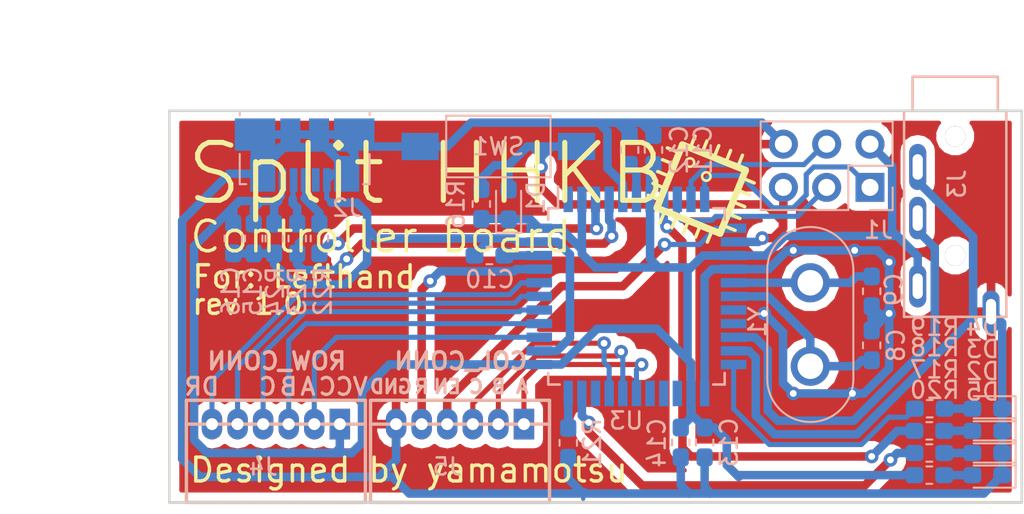
<source format=kicad_pcb>
(kicad_pcb (version 20171130) (host pcbnew "(5.0.2)-1")

  (general
    (thickness 1.6)
    (drawings 26)
    (tracks 429)
    (zones 0)
    (modules 32)
    (nets 43)
  )

  (page A4)
  (layers
    (0 F.Cu signal)
    (31 B.Cu signal)
    (32 B.Adhes user)
    (33 F.Adhes user)
    (34 B.Paste user)
    (35 F.Paste user)
    (36 B.SilkS user)
    (37 F.SilkS user)
    (38 B.Mask user)
    (39 F.Mask user)
    (40 Dwgs.User user)
    (41 Cmts.User user)
    (42 Eco1.User user)
    (43 Eco2.User user)
    (44 Edge.Cuts user)
    (45 Margin user)
    (46 B.CrtYd user)
    (47 F.CrtYd user)
    (48 B.Fab user)
    (49 F.Fab user)
  )

  (setup
    (last_trace_width 0.25)
    (user_trace_width 0.3)
    (user_trace_width 0.5)
    (user_trace_width 0.7)
    (user_trace_width 1)
    (trace_clearance 0.2)
    (zone_clearance 0.508)
    (zone_45_only no)
    (trace_min 0.2)
    (segment_width 0.2)
    (edge_width 0.15)
    (via_size 0.8)
    (via_drill 0.4)
    (via_min_size 0.4)
    (via_min_drill 0.3)
    (uvia_size 0.3)
    (uvia_drill 0.1)
    (uvias_allowed no)
    (uvia_min_size 0.2)
    (uvia_min_drill 0.1)
    (pcb_text_width 0.3)
    (pcb_text_size 1.5 1.5)
    (mod_edge_width 0.15)
    (mod_text_size 1 1)
    (mod_text_width 0.15)
    (pad_size 2.7 1)
    (pad_drill 1.5)
    (pad_to_mask_clearance 0.051)
    (solder_mask_min_width 0.25)
    (aux_axis_origin 0 0)
    (grid_origin 50 50)
    (visible_elements 7FFFFFFF)
    (pcbplotparams
      (layerselection 0x010f0_ffffffff)
      (usegerberextensions false)
      (usegerberattributes false)
      (usegerberadvancedattributes false)
      (creategerberjobfile false)
      (excludeedgelayer true)
      (linewidth 0.100000)
      (plotframeref false)
      (viasonmask false)
      (mode 1)
      (useauxorigin false)
      (hpglpennumber 1)
      (hpglpenspeed 20)
      (hpglpendiameter 15.000000)
      (psnegative false)
      (psa4output false)
      (plotreference true)
      (plotvalue true)
      (plotinvisibletext false)
      (padsonsilk false)
      (subtractmaskfromsilk false)
      (outputformat 1)
      (mirror false)
      (drillshape 0)
      (scaleselection 1)
      (outputdirectory "gerber/rev2/"))
  )

  (net 0 "")
  (net 1 GND)
  (net 2 "Net-(C8-Pad1)")
  (net 3 "Net-(C9-Pad1)")
  (net 4 "Net-(C10-Pad1)")
  (net 5 +5V)
  (net 6 "Net-(C12-Pad1)")
  (net 7 "Net-(D2-Pad2)")
  (net 8 "Net-(D3-Pad2)")
  (net 9 "Net-(D4-Pad2)")
  (net 10 "Net-(D5-Pad2)")
  (net 11 "Net-(J2-Pad2)")
  (net 12 "Net-(J2-Pad3)")
  (net 13 /READ)
  (net 14 /COL_EN)
  (net 15 /COL_C)
  (net 16 /COL_B)
  (net 17 /COL_A)
  (net 18 /DRAIN)
  (net 19 /MUX_EN)
  (net 20 /MUX_C)
  (net 21 /MUX_B)
  (net 22 /MUX_A)
  (net 23 "Net-(J2-Pad4)")
  (net 24 "Net-(U3-Pad1)")
  (net 25 "Net-(U3-Pad18)")
  (net 26 "Net-(U3-Pad19)")
  (net 27 "Net-(U3-Pad26)")
  (net 28 "Net-(U3-Pad27)")
  (net 29 "Net-(U3-Pad31)")
  (net 30 "Net-(U3-Pad25)")
  (net 31 /RESET)
  (net 32 /MISO)
  (net 33 /SCK)
  (net 34 /MOSI)
  (net 35 /Rx)
  (net 36 /Tx)
  (net 37 /CLKLED)
  (net 38 /RXLED)
  (net 39 /TXLED)
  (net 40 /HWB)
  (net 41 /D+)
  (net 42 /D-)

  (net_class Default "これはデフォルトのネット クラスです。"
    (clearance 0.2)
    (trace_width 0.25)
    (via_dia 0.8)
    (via_drill 0.4)
    (uvia_dia 0.3)
    (uvia_drill 0.1)
    (add_net +5V)
    (add_net /CLKLED)
    (add_net /COL_A)
    (add_net /COL_B)
    (add_net /COL_C)
    (add_net /COL_EN)
    (add_net /D+)
    (add_net /D-)
    (add_net /DRAIN)
    (add_net /HWB)
    (add_net /MISO)
    (add_net /MOSI)
    (add_net /MUX_A)
    (add_net /MUX_B)
    (add_net /MUX_C)
    (add_net /MUX_EN)
    (add_net /READ)
    (add_net /RESET)
    (add_net /RXLED)
    (add_net /Rx)
    (add_net /SCK)
    (add_net /TXLED)
    (add_net /Tx)
    (add_net GND)
    (add_net "Net-(C10-Pad1)")
    (add_net "Net-(C12-Pad1)")
    (add_net "Net-(C8-Pad1)")
    (add_net "Net-(C9-Pad1)")
    (add_net "Net-(D2-Pad2)")
    (add_net "Net-(D3-Pad2)")
    (add_net "Net-(D4-Pad2)")
    (add_net "Net-(D5-Pad2)")
    (add_net "Net-(J2-Pad2)")
    (add_net "Net-(J2-Pad3)")
    (add_net "Net-(J2-Pad4)")
    (add_net "Net-(U3-Pad1)")
    (add_net "Net-(U3-Pad18)")
    (add_net "Net-(U3-Pad19)")
    (add_net "Net-(U3-Pad25)")
    (add_net "Net-(U3-Pad26)")
    (add_net "Net-(U3-Pad27)")
    (add_net "Net-(U3-Pad31)")
  )

  (module MyLib:IC_Sticker (layer F.Cu) (tedit 5E835E84) (tstamp 5EBAB9BD)
    (at 81.2 54.6 338)
    (fp_text reference REF** (at 0 -3.6 338) (layer F.SilkS) hide
      (effects (font (size 1 1) (thickness 0.15)))
    )
    (fp_text value IC_Sticker (at 0 -4.4 338) (layer F.Fab) hide
      (effects (font (size 1 1) (thickness 0.15)))
    )
    (fp_circle (center 0 -0.8) (end 0.25 -0.8) (layer F.SilkS) (width 0.15))
    (fp_circle (center -1.2 -1.2) (end -0.95 -1.2) (layer F.SilkS) (width 0.15))
    (fp_line (start -2 -1.5) (end -2.75 -1.5) (layer F.SilkS) (width 0.2))
    (fp_line (start -2 1.500001) (end -2.749999 1.5) (layer F.SilkS) (width 0.2))
    (fp_line (start -2 0.75) (end -2.75 0.75) (layer F.SilkS) (width 0.2))
    (fp_line (start -2 -0.75) (end -2.75 -0.75) (layer F.SilkS) (width 0.2))
    (fp_line (start -2 0) (end -2.75 0) (layer F.SilkS) (width 0.2))
    (fp_line (start 0 2) (end 0 2.75) (layer F.SilkS) (width 0.2))
    (fp_line (start -1.5 2) (end -1.5 2.75) (layer F.SilkS) (width 0.2))
    (fp_line (start 1.500001 2) (end 1.5 2.749999) (layer F.SilkS) (width 0.2))
    (fp_line (start 0.75 2) (end 0.75 2.75) (layer F.SilkS) (width 0.2))
    (fp_line (start -0.75 2) (end -0.75 2.75) (layer F.SilkS) (width 0.2))
    (fp_line (start 2 -1.500001) (end 2.749999 -1.5) (layer F.SilkS) (width 0.2))
    (fp_line (start 2 0.75) (end 2.75 0.75) (layer F.SilkS) (width 0.2))
    (fp_line (start 2 0) (end 2.75 0) (layer F.SilkS) (width 0.2))
    (fp_line (start 2 -0.75) (end 2.75 -0.75) (layer F.SilkS) (width 0.2))
    (fp_line (start 2 1.5) (end 2.75 1.5) (layer F.SilkS) (width 0.2))
    (fp_line (start 1.5 -2) (end 1.5 -2.75) (layer F.SilkS) (width 0.2))
    (fp_line (start 0.75 -2) (end 0.75 -2.75) (layer F.SilkS) (width 0.2))
    (fp_line (start 0 -2) (end 0 -2.75) (layer F.SilkS) (width 0.2))
    (fp_line (start -0.75 -2) (end -0.75 -2.75) (layer F.SilkS) (width 0.2))
    (fp_line (start -1.500001 -2) (end -1.5 -2.749999) (layer F.SilkS) (width 0.2))
    (fp_line (start -2 2) (end -2 -2) (layer F.SilkS) (width 0.4))
    (fp_line (start 2 2) (end -2 2) (layer F.SilkS) (width 0.4))
    (fp_line (start 2 -2) (end 2 2) (layer F.SilkS) (width 0.4))
    (fp_line (start -2 -2) (end 2 -2) (layer F.SilkS) (width 0.4))
  )

  (module Connector_USB:USB_Micro-B_Molex_47346-0001 (layer B.Cu) (tedit 5A1DC0BD) (tstamp 5E7A1583)
    (at 57.9375 52.6)
    (descr "Micro USB B receptable with flange, bottom-mount, SMD, right-angle (http://www.molex.com/pdm_docs/sd/473460001_sd.pdf)")
    (tags "Micro B USB SMD")
    (path /5EDE139B)
    (attr smd)
    (fp_text reference J2 (at 2.4625 3.1 -180) (layer B.SilkS)
      (effects (font (size 1 1) (thickness 0.15)) (justify mirror))
    )
    (fp_text value USB_B_Micro (at 0 -4.6 -180) (layer B.Fab)
      (effects (font (size 1 1) (thickness 0.15)) (justify mirror))
    )
    (fp_line (start -3.25 -2.65) (end 3.25 -2.65) (layer B.Fab) (width 0.1))
    (fp_line (start -3.81 -2.6) (end -3.81 -2.34) (layer B.SilkS) (width 0.12))
    (fp_line (start -3.81 -0.06) (end -3.81 1.71) (layer B.SilkS) (width 0.12))
    (fp_line (start -3.81 1.71) (end -3.43 1.71) (layer B.SilkS) (width 0.12))
    (fp_line (start 3.81 1.71) (end 3.81 -0.06) (layer B.SilkS) (width 0.12))
    (fp_line (start 3.81 -2.34) (end 3.81 -2.6) (layer B.SilkS) (width 0.12))
    (fp_line (start -3.75 -3.35) (end -3.75 1.65) (layer B.Fab) (width 0.1))
    (fp_line (start -3.75 1.65) (end 3.75 1.65) (layer B.Fab) (width 0.1))
    (fp_line (start 3.75 1.65) (end 3.75 -3.35) (layer B.Fab) (width 0.1))
    (fp_line (start 3.75 -3.35) (end -3.75 -3.35) (layer B.Fab) (width 0.1))
    (fp_line (start -4.6 -3.9) (end -4.6 2.7) (layer B.CrtYd) (width 0.05))
    (fp_line (start -4.6 2.7) (end 4.6 2.7) (layer B.CrtYd) (width 0.05))
    (fp_line (start 4.6 2.7) (end 4.6 -3.9) (layer B.CrtYd) (width 0.05))
    (fp_line (start 4.6 -3.9) (end -4.6 -3.9) (layer B.CrtYd) (width 0.05))
    (fp_line (start 3.81 1.71) (end 3.43 1.71) (layer B.SilkS) (width 0.12))
    (fp_text user %R (at 0 -1.2) (layer B.Fab)
      (effects (font (size 1 1) (thickness 0.15)) (justify mirror))
    )
    (fp_text user "PCB Edge" (at 0 -2.67 -180) (layer Dwgs.User)
      (effects (font (size 0.4 0.4) (thickness 0.04)))
    )
    (pad 6 smd rect (at 0.84 -1.2) (size 1.175 1.9) (layers B.Cu B.Paste B.Mask)
      (net 1 GND))
    (pad 6 smd rect (at -0.84 -1.2) (size 1.175 1.9) (layers B.Cu B.Paste B.Mask)
      (net 1 GND))
    (pad 6 smd rect (at 2.91 -1.2) (size 2.375 1.9) (layers B.Cu B.Paste B.Mask)
      (net 1 GND))
    (pad 6 smd rect (at -2.91 -1.2) (size 2.375 1.9) (layers B.Cu B.Paste B.Mask)
      (net 1 GND))
    (pad 6 smd rect (at 2.4625 1.1) (size 1.475 2.1) (layers B.Cu B.Paste B.Mask)
      (net 1 GND))
    (pad 6 smd rect (at -2.4625 1.1) (size 1.475 2.1) (layers B.Cu B.Paste B.Mask)
      (net 1 GND))
    (pad 5 smd rect (at 1.3 1.46) (size 0.45 1.38) (layers B.Cu B.Paste B.Mask)
      (net 1 GND))
    (pad 4 smd rect (at 0.65 1.46) (size 0.45 1.38) (layers B.Cu B.Paste B.Mask)
      (net 23 "Net-(J2-Pad4)"))
    (pad 3 smd rect (at 0 1.46) (size 0.45 1.38) (layers B.Cu B.Paste B.Mask)
      (net 12 "Net-(J2-Pad3)"))
    (pad 2 smd rect (at -0.65 1.46) (size 0.45 1.38) (layers B.Cu B.Paste B.Mask)
      (net 11 "Net-(J2-Pad2)"))
    (pad 1 smd rect (at -1.3 1.46) (size 0.45 1.38) (layers B.Cu B.Paste B.Mask)
      (net 5 +5V))
    (model ${KISYS3DMOD}/Connector_USB.3dshapes/USB_Micro-B_Molex_47346-0001.wrl
      (at (xyz 0 0 0))
      (scale (xyz 1 1 1))
      (rotate (xyz 0 0 0))
    )
  )

  (module Connector_PinHeader_2.54mm:PinHeader_2x03_P2.54mm_Vertical (layer B.Cu) (tedit 59FED5CC) (tstamp 5E7A1563)
    (at 91.1 54.5 90)
    (descr "Through hole straight pin header, 2x03, 2.54mm pitch, double rows")
    (tags "Through hole pin header THT 2x03 2.54mm double row")
    (path /5ED208DC)
    (fp_text reference J1 (at -2.5 0.5 180) (layer B.SilkS)
      (effects (font (size 1 1) (thickness 0.15)) (justify mirror))
    )
    (fp_text value ICSP (at 0.8 -7.4 90) (layer B.Fab)
      (effects (font (size 1 1) (thickness 0.15)) (justify mirror))
    )
    (fp_line (start 0 1.27) (end 3.81 1.27) (layer B.Fab) (width 0.1))
    (fp_line (start 3.81 1.27) (end 3.81 -6.35) (layer B.Fab) (width 0.1))
    (fp_line (start 3.81 -6.35) (end -1.27 -6.35) (layer B.Fab) (width 0.1))
    (fp_line (start -1.27 -6.35) (end -1.27 0) (layer B.Fab) (width 0.1))
    (fp_line (start -1.27 0) (end 0 1.27) (layer B.Fab) (width 0.1))
    (fp_line (start -1.33 -6.41) (end 3.87 -6.41) (layer B.SilkS) (width 0.12))
    (fp_line (start -1.33 -1.27) (end -1.33 -6.41) (layer B.SilkS) (width 0.12))
    (fp_line (start 3.87 1.33) (end 3.87 -6.41) (layer B.SilkS) (width 0.12))
    (fp_line (start -1.33 -1.27) (end 1.27 -1.27) (layer B.SilkS) (width 0.12))
    (fp_line (start 1.27 -1.27) (end 1.27 1.33) (layer B.SilkS) (width 0.12))
    (fp_line (start 1.27 1.33) (end 3.87 1.33) (layer B.SilkS) (width 0.12))
    (fp_line (start -1.33 0) (end -1.33 1.33) (layer B.SilkS) (width 0.12))
    (fp_line (start -1.33 1.33) (end 0 1.33) (layer B.SilkS) (width 0.12))
    (fp_line (start -1.8 1.8) (end -1.8 -6.85) (layer B.CrtYd) (width 0.05))
    (fp_line (start -1.8 -6.85) (end 4.35 -6.85) (layer B.CrtYd) (width 0.05))
    (fp_line (start 4.35 -6.85) (end 4.35 1.8) (layer B.CrtYd) (width 0.05))
    (fp_line (start 4.35 1.8) (end -1.8 1.8) (layer B.CrtYd) (width 0.05))
    (fp_text user %R (at 1.27 -2.54) (layer B.Fab)
      (effects (font (size 1 1) (thickness 0.15)) (justify mirror))
    )
    (pad 1 thru_hole rect (at 0 0 90) (size 1.7 1.7) (drill 1) (layers *.Cu *.Mask)
      (net 32 /MISO))
    (pad 2 thru_hole oval (at 2.54 0 90) (size 1.7 1.7) (drill 1) (layers *.Cu *.Mask)
      (net 5 +5V))
    (pad 3 thru_hole oval (at 0 -2.54 90) (size 1.7 1.7) (drill 1) (layers *.Cu *.Mask)
      (net 33 /SCK))
    (pad 4 thru_hole oval (at 2.54 -2.54 90) (size 1.7 1.7) (drill 1) (layers *.Cu *.Mask)
      (net 34 /MOSI))
    (pad 5 thru_hole oval (at 0 -5.08 90) (size 1.7 1.7) (drill 1) (layers *.Cu *.Mask)
      (net 31 /RESET))
    (pad 6 thru_hole oval (at 2.54 -5.08 90) (size 1.7 1.7) (drill 1) (layers *.Cu *.Mask)
      (net 1 GND))
    (model ${KISYS3DMOD}/Connector_PinHeader_2.54mm.3dshapes/PinHeader_2x03_P2.54mm_Vertical.wrl
      (at (xyz 0 0 0))
      (scale (xyz 1 1 1))
      (rotate (xyz 0 0 0))
    )
  )

  (module Package_QFP:TQFP-44_10x10mm_P0.8mm (layer B.Cu) (tedit 5A02F146) (tstamp 5E7A1A84)
    (at 77.4 60.9 270)
    (descr "44-Lead Plastic Thin Quad Flatpack (PT) - 10x10x1.0 mm Body [TQFP] (see Microchip Packaging Specification 00000049BS.pdf)")
    (tags "QFP 0.8")
    (path /5ECFFB58)
    (attr smd)
    (fp_text reference U3 (at 7.3 0.6 180) (layer B.SilkS)
      (effects (font (size 1 1) (thickness 0.15)) (justify mirror))
    )
    (fp_text value ATmega32U4-AU (at 0 -7.45 270) (layer B.Fab)
      (effects (font (size 1 1) (thickness 0.15)) (justify mirror))
    )
    (fp_text user %R (at 0 0 270) (layer B.Fab)
      (effects (font (size 1 1) (thickness 0.15)) (justify mirror))
    )
    (fp_line (start -4 5) (end 5 5) (layer B.Fab) (width 0.15))
    (fp_line (start 5 5) (end 5 -5) (layer B.Fab) (width 0.15))
    (fp_line (start 5 -5) (end -5 -5) (layer B.Fab) (width 0.15))
    (fp_line (start -5 -5) (end -5 4) (layer B.Fab) (width 0.15))
    (fp_line (start -5 4) (end -4 5) (layer B.Fab) (width 0.15))
    (fp_line (start -6.7 6.7) (end -6.7 -6.7) (layer B.CrtYd) (width 0.05))
    (fp_line (start 6.7 6.7) (end 6.7 -6.7) (layer B.CrtYd) (width 0.05))
    (fp_line (start -6.7 6.7) (end 6.7 6.7) (layer B.CrtYd) (width 0.05))
    (fp_line (start -6.7 -6.7) (end 6.7 -6.7) (layer B.CrtYd) (width 0.05))
    (fp_line (start -5.175 5.175) (end -5.175 4.6) (layer B.SilkS) (width 0.15))
    (fp_line (start 5.175 5.175) (end 5.175 4.5) (layer B.SilkS) (width 0.15))
    (fp_line (start 5.175 -5.175) (end 5.175 -4.5) (layer B.SilkS) (width 0.15))
    (fp_line (start -5.175 -5.175) (end -5.175 -4.5) (layer B.SilkS) (width 0.15))
    (fp_line (start -5.175 5.175) (end -4.5 5.175) (layer B.SilkS) (width 0.15))
    (fp_line (start -5.175 -5.175) (end -4.5 -5.175) (layer B.SilkS) (width 0.15))
    (fp_line (start 5.175 -5.175) (end 4.5 -5.175) (layer B.SilkS) (width 0.15))
    (fp_line (start 5.175 5.175) (end 4.5 5.175) (layer B.SilkS) (width 0.15))
    (fp_line (start -5.175 4.6) (end -6.45 4.6) (layer B.SilkS) (width 0.15))
    (pad 1 smd rect (at -5.7 4 270) (size 1.5 0.55) (layers B.Cu B.Paste B.Mask)
      (net 24 "Net-(U3-Pad1)"))
    (pad 2 smd rect (at -5.7 3.2 270) (size 1.5 0.55) (layers B.Cu B.Paste B.Mask)
      (net 5 +5V))
    (pad 3 smd rect (at -5.7 2.4 270) (size 1.5 0.55) (layers B.Cu B.Paste B.Mask)
      (net 41 /D+))
    (pad 4 smd rect (at -5.7 1.6 270) (size 1.5 0.55) (layers B.Cu B.Paste B.Mask)
      (net 42 /D-))
    (pad 5 smd rect (at -5.7 0.8 270) (size 1.5 0.55) (layers B.Cu B.Paste B.Mask)
      (net 1 GND))
    (pad 6 smd rect (at -5.7 0 270) (size 1.5 0.55) (layers B.Cu B.Paste B.Mask)
      (net 6 "Net-(C12-Pad1)"))
    (pad 7 smd rect (at -5.7 -0.8 270) (size 1.5 0.55) (layers B.Cu B.Paste B.Mask)
      (net 5 +5V))
    (pad 8 smd rect (at -5.7 -1.6 270) (size 1.5 0.55) (layers B.Cu B.Paste B.Mask)
      (net 38 /RXLED))
    (pad 9 smd rect (at -5.7 -2.4 270) (size 1.5 0.55) (layers B.Cu B.Paste B.Mask)
      (net 33 /SCK))
    (pad 10 smd rect (at -5.7 -3.2 270) (size 1.5 0.55) (layers B.Cu B.Paste B.Mask)
      (net 34 /MOSI))
    (pad 11 smd rect (at -5.7 -4 270) (size 1.5 0.55) (layers B.Cu B.Paste B.Mask)
      (net 32 /MISO))
    (pad 12 smd rect (at -4 -5.7 180) (size 1.5 0.55) (layers B.Cu B.Paste B.Mask)
      (net 14 /COL_EN))
    (pad 13 smd rect (at -3.2 -5.7 180) (size 1.5 0.55) (layers B.Cu B.Paste B.Mask)
      (net 31 /RESET))
    (pad 14 smd rect (at -2.4 -5.7 180) (size 1.5 0.55) (layers B.Cu B.Paste B.Mask)
      (net 5 +5V))
    (pad 15 smd rect (at -1.6 -5.7 180) (size 1.5 0.55) (layers B.Cu B.Paste B.Mask)
      (net 1 GND))
    (pad 16 smd rect (at -0.8 -5.7 180) (size 1.5 0.55) (layers B.Cu B.Paste B.Mask)
      (net 3 "Net-(C9-Pad1)"))
    (pad 17 smd rect (at 0 -5.7 180) (size 1.5 0.55) (layers B.Cu B.Paste B.Mask)
      (net 2 "Net-(C8-Pad1)"))
    (pad 18 smd rect (at 0.8 -5.7 180) (size 1.5 0.55) (layers B.Cu B.Paste B.Mask)
      (net 25 "Net-(U3-Pad18)"))
    (pad 19 smd rect (at 1.6 -5.7 180) (size 1.5 0.55) (layers B.Cu B.Paste B.Mask)
      (net 26 "Net-(U3-Pad19)"))
    (pad 20 smd rect (at 2.4 -5.7 180) (size 1.5 0.55) (layers B.Cu B.Paste B.Mask)
      (net 35 /Rx))
    (pad 21 smd rect (at 3.2 -5.7 180) (size 1.5 0.55) (layers B.Cu B.Paste B.Mask)
      (net 36 /Tx))
    (pad 22 smd rect (at 4 -5.7 180) (size 1.5 0.55) (layers B.Cu B.Paste B.Mask)
      (net 39 /TXLED))
    (pad 23 smd rect (at 5.7 -4 270) (size 1.5 0.55) (layers B.Cu B.Paste B.Mask)
      (net 1 GND))
    (pad 24 smd rect (at 5.7 -3.2 270) (size 1.5 0.55) (layers B.Cu B.Paste B.Mask)
      (net 5 +5V))
    (pad 25 smd rect (at 5.7 -2.4 270) (size 1.5 0.55) (layers B.Cu B.Paste B.Mask)
      (net 30 "Net-(U3-Pad25)"))
    (pad 26 smd rect (at 5.7 -1.6 270) (size 1.5 0.55) (layers B.Cu B.Paste B.Mask)
      (net 27 "Net-(U3-Pad26)"))
    (pad 27 smd rect (at 5.7 -0.8 270) (size 1.5 0.55) (layers B.Cu B.Paste B.Mask)
      (net 28 "Net-(U3-Pad27)"))
    (pad 28 smd rect (at 5.7 0 270) (size 1.5 0.55) (layers B.Cu B.Paste B.Mask)
      (net 17 /COL_A))
    (pad 29 smd rect (at 5.7 0.8 270) (size 1.5 0.55) (layers B.Cu B.Paste B.Mask)
      (net 16 /COL_B))
    (pad 30 smd rect (at 5.7 1.6 270) (size 1.5 0.55) (layers B.Cu B.Paste B.Mask)
      (net 15 /COL_C))
    (pad 31 smd rect (at 5.7 2.4 270) (size 1.5 0.55) (layers B.Cu B.Paste B.Mask)
      (net 29 "Net-(U3-Pad31)"))
    (pad 32 smd rect (at 5.7 3.2 270) (size 1.5 0.55) (layers B.Cu B.Paste B.Mask)
      (net 37 /CLKLED))
    (pad 33 smd rect (at 5.7 4 270) (size 1.5 0.55) (layers B.Cu B.Paste B.Mask)
      (net 40 /HWB))
    (pad 34 smd rect (at 4 5.7 180) (size 1.5 0.55) (layers B.Cu B.Paste B.Mask)
      (net 5 +5V))
    (pad 35 smd rect (at 3.2 5.7 180) (size 1.5 0.55) (layers B.Cu B.Paste B.Mask)
      (net 1 GND))
    (pad 36 smd rect (at 2.4 5.7 180) (size 1.5 0.55) (layers B.Cu B.Paste B.Mask)
      (net 22 /MUX_A))
    (pad 37 smd rect (at 1.6 5.7 180) (size 1.5 0.55) (layers B.Cu B.Paste B.Mask)
      (net 21 /MUX_B))
    (pad 38 smd rect (at 0.8 5.7 180) (size 1.5 0.55) (layers B.Cu B.Paste B.Mask)
      (net 20 /MUX_C))
    (pad 39 smd rect (at 0 5.7 180) (size 1.5 0.55) (layers B.Cu B.Paste B.Mask)
      (net 19 /MUX_EN))
    (pad 40 smd rect (at -0.8 5.7 180) (size 1.5 0.55) (layers B.Cu B.Paste B.Mask)
      (net 18 /DRAIN))
    (pad 41 smd rect (at -1.6 5.7 180) (size 1.5 0.55) (layers B.Cu B.Paste B.Mask)
      (net 13 /READ))
    (pad 42 smd rect (at -2.4 5.7 180) (size 1.5 0.55) (layers B.Cu B.Paste B.Mask)
      (net 4 "Net-(C10-Pad1)"))
    (pad 43 smd rect (at -3.2 5.7 180) (size 1.5 0.55) (layers B.Cu B.Paste B.Mask)
      (net 1 GND))
    (pad 44 smd rect (at -4 5.7 180) (size 1.5 0.55) (layers B.Cu B.Paste B.Mask)
      (net 5 +5V))
    (model ${KISYS3DMOD}/Package_QFP.3dshapes/TQFP-44_10x10mm_P0.8mm.wrl
      (at (xyz 0 0 0))
      (scale (xyz 1 1 1))
      (rotate (xyz 0 0 0))
    )
  )

  (module Crystal:Crystal_HC50_Vertical (layer B.Cu) (tedit 5A1AD3B8) (tstamp 5E7A1A9B)
    (at 87.6 65 90)
    (descr "Crystal THT HC-50, http://www.crovencrystals.com/croven_pdf/HC-50_Crystal_Holder_Rev_00.pdf")
    (tags "THT crystalHC-50")
    (path /5ED3BE95)
    (fp_text reference Y1 (at 2.6 -3.1 90) (layer B.SilkS)
      (effects (font (size 1 1) (thickness 0.15)) (justify mirror))
    )
    (fp_text value 16MHz (at 2.45 -3.525 90) (layer B.Fab)
      (effects (font (size 1 1) (thickness 0.15)) (justify mirror))
    )
    (fp_text user %R (at 2.45 0 90) (layer B.Fab)
      (effects (font (size 1 1) (thickness 0.15)) (justify mirror))
    )
    (fp_line (start -0.75 2.325) (end 5.65 2.325) (layer B.Fab) (width 0.1))
    (fp_line (start -0.75 -2.325) (end 5.65 -2.325) (layer B.Fab) (width 0.1))
    (fp_line (start -0.75 1.9) (end 5.65 1.9) (layer B.Fab) (width 0.1))
    (fp_line (start -0.75 -1.9) (end 5.65 -1.9) (layer B.Fab) (width 0.1))
    (fp_line (start -0.75 2.525) (end 5.65 2.525) (layer B.SilkS) (width 0.12))
    (fp_line (start -0.75 -2.525) (end 5.65 -2.525) (layer B.SilkS) (width 0.12))
    (fp_line (start -3.6 2.8) (end -3.6 -2.8) (layer B.CrtYd) (width 0.05))
    (fp_line (start -3.6 -2.8) (end 8.5 -2.8) (layer B.CrtYd) (width 0.05))
    (fp_line (start 8.5 -2.8) (end 8.5 2.8) (layer B.CrtYd) (width 0.05))
    (fp_line (start 8.5 2.8) (end -3.6 2.8) (layer B.CrtYd) (width 0.05))
    (fp_arc (start -0.75 0) (end -0.75 2.325) (angle 180) (layer B.Fab) (width 0.1))
    (fp_arc (start 5.65 0) (end 5.65 2.325) (angle -180) (layer B.Fab) (width 0.1))
    (fp_arc (start -0.75 0) (end -0.75 1.9) (angle 180) (layer B.Fab) (width 0.1))
    (fp_arc (start 5.65 0) (end 5.65 1.9) (angle -180) (layer B.Fab) (width 0.1))
    (fp_arc (start -0.75 0) (end -0.75 2.525) (angle 180) (layer B.SilkS) (width 0.12))
    (fp_arc (start 5.65 0) (end 5.65 2.525) (angle -180) (layer B.SilkS) (width 0.12))
    (pad 1 thru_hole circle (at 0 0 90) (size 2.3 2.3) (drill 1.5) (layers *.Cu *.Mask)
      (net 2 "Net-(C8-Pad1)"))
    (pad 2 thru_hole circle (at 4.9 0 90) (size 2.3 2.3) (drill 1.5) (layers *.Cu *.Mask)
      (net 3 "Net-(C9-Pad1)"))
    (model ${KISYS3DMOD}/Crystal.3dshapes/Crystal_HC50_Vertical.wrl
      (at (xyz 0 0 0))
      (scale (xyz 1 1 1))
      (rotate (xyz 0 0 0))
    )
  )

  (module MyLib:TRRS_jack_MJ4PP9 (layer B.Cu) (tedit 5E6E35B5) (tstamp 5E7B2F16)
    (at 96.1 50 270)
    (path /5EFE9CF0)
    (fp_text reference J3 (at 4.3 -0.1 270) (layer B.SilkS)
      (effects (font (size 1 1) (thickness 0.15)) (justify mirror))
    )
    (fp_text value TRRS_Jack (at 4.4 5.4 270) (layer B.Fab)
      (effects (font (size 1 1) (thickness 0.15)) (justify mirror))
    )
    (fp_line (start 0 -2.5) (end -2 -2.5) (layer B.SilkS) (width 0.15))
    (fp_line (start -2 -2.5) (end -2 2.5) (layer B.SilkS) (width 0.15))
    (fp_line (start -2 2.5) (end 0 2.5) (layer B.SilkS) (width 0.15))
    (fp_line (start 12.1 -3) (end 0 -3) (layer B.SilkS) (width 0.15))
    (fp_line (start 0 -3) (end 0 3) (layer B.SilkS) (width 0.15))
    (fp_line (start 0 3) (end 12.1 3) (layer B.SilkS) (width 0.15))
    (fp_line (start 12.1 3) (end 12.1 -3) (layer B.SilkS) (width 0.15))
    (pad S thru_hole oval (at 11.8 -2.1 270) (size 2.5 1) (drill oval 1.5 0.6) (layers *.Cu *.Mask)
      (net 1 GND))
    (pad T thru_hole oval (at 10.3 2.2 270) (size 2.5 1) (drill oval 1.5 0.6) (layers *.Cu *.Mask)
      (net 5 +5V))
    (pad R1 thru_hole oval (at 6.3 2.2 270) (size 2.5 1) (drill oval 1.5 0.6) (layers *.Cu *.Mask)
      (net 35 /Rx))
    (pad R2 thru_hole oval (at 3.3 2.2 270) (size 2.7 1) (drill oval 1.5 0.6) (layers *.Cu *.Mask)
      (net 36 /Tx))
    (pad "" thru_hole circle (at 1.5 0 270) (size 1.2 1.2) (drill 1.2) (layers *.Cu *.Mask))
    (pad "" thru_hole circle (at 8.5 0 270) (size 1.2 1.2) (drill 1.2) (layers *.Cu *.Mask))
  )

  (module Capacitor_SMD:C_0603_1608Metric_Pad1.05x0.95mm_HandSolder (layer B.Cu) (tedit 5B301BBE) (tstamp 5EAABBA8)
    (at 91.2 63.775 90)
    (descr "Capacitor SMD 0603 (1608 Metric), square (rectangular) end terminal, IPC_7351 nominal with elongated pad for handsoldering. (Body size source: http://www.tortai-tech.com/upload/download/2011102023233369053.pdf), generated with kicad-footprint-generator")
    (tags "capacitor handsolder")
    (path /5ED46F09)
    (attr smd)
    (fp_text reference C8 (at 0 1.43 90) (layer B.SilkS)
      (effects (font (size 1 1) (thickness 0.15)) (justify mirror))
    )
    (fp_text value 22p (at 0 -1.43 90) (layer B.Fab)
      (effects (font (size 1 1) (thickness 0.15)) (justify mirror))
    )
    (fp_text user %R (at 0 0 90) (layer B.Fab)
      (effects (font (size 0.4 0.4) (thickness 0.06)) (justify mirror))
    )
    (fp_line (start 1.65 -0.73) (end -1.65 -0.73) (layer B.CrtYd) (width 0.05))
    (fp_line (start 1.65 0.73) (end 1.65 -0.73) (layer B.CrtYd) (width 0.05))
    (fp_line (start -1.65 0.73) (end 1.65 0.73) (layer B.CrtYd) (width 0.05))
    (fp_line (start -1.65 -0.73) (end -1.65 0.73) (layer B.CrtYd) (width 0.05))
    (fp_line (start -0.171267 -0.51) (end 0.171267 -0.51) (layer B.SilkS) (width 0.12))
    (fp_line (start -0.171267 0.51) (end 0.171267 0.51) (layer B.SilkS) (width 0.12))
    (fp_line (start 0.8 -0.4) (end -0.8 -0.4) (layer B.Fab) (width 0.1))
    (fp_line (start 0.8 0.4) (end 0.8 -0.4) (layer B.Fab) (width 0.1))
    (fp_line (start -0.8 0.4) (end 0.8 0.4) (layer B.Fab) (width 0.1))
    (fp_line (start -0.8 -0.4) (end -0.8 0.4) (layer B.Fab) (width 0.1))
    (pad 2 smd roundrect (at 0.875 0 90) (size 1.05 0.95) (layers B.Cu B.Paste B.Mask) (roundrect_rratio 0.25)
      (net 1 GND))
    (pad 1 smd roundrect (at -0.875 0 90) (size 1.05 0.95) (layers B.Cu B.Paste B.Mask) (roundrect_rratio 0.25)
      (net 2 "Net-(C8-Pad1)"))
    (model ${KISYS3DMOD}/Capacitor_SMD.3dshapes/C_0603_1608Metric.wrl
      (at (xyz 0 0 0))
      (scale (xyz 1 1 1))
      (rotate (xyz 0 0 0))
    )
  )

  (module Capacitor_SMD:C_0603_1608Metric_Pad1.05x0.95mm_HandSolder (layer B.Cu) (tedit 5B301BBE) (tstamp 5EAABBB8)
    (at 91.2 60.6 270)
    (descr "Capacitor SMD 0603 (1608 Metric), square (rectangular) end terminal, IPC_7351 nominal with elongated pad for handsoldering. (Body size source: http://www.tortai-tech.com/upload/download/2011102023233369053.pdf), generated with kicad-footprint-generator")
    (tags "capacitor handsolder")
    (path /5ED3E661)
    (attr smd)
    (fp_text reference C9 (at -0.1 -1.3 90) (layer B.SilkS)
      (effects (font (size 1 1) (thickness 0.15)) (justify mirror))
    )
    (fp_text value 22p (at 0 -1.43 270) (layer B.Fab)
      (effects (font (size 1 1) (thickness 0.15)) (justify mirror))
    )
    (fp_line (start -0.8 -0.4) (end -0.8 0.4) (layer B.Fab) (width 0.1))
    (fp_line (start -0.8 0.4) (end 0.8 0.4) (layer B.Fab) (width 0.1))
    (fp_line (start 0.8 0.4) (end 0.8 -0.4) (layer B.Fab) (width 0.1))
    (fp_line (start 0.8 -0.4) (end -0.8 -0.4) (layer B.Fab) (width 0.1))
    (fp_line (start -0.171267 0.51) (end 0.171267 0.51) (layer B.SilkS) (width 0.12))
    (fp_line (start -0.171267 -0.51) (end 0.171267 -0.51) (layer B.SilkS) (width 0.12))
    (fp_line (start -1.65 -0.73) (end -1.65 0.73) (layer B.CrtYd) (width 0.05))
    (fp_line (start -1.65 0.73) (end 1.65 0.73) (layer B.CrtYd) (width 0.05))
    (fp_line (start 1.65 0.73) (end 1.65 -0.73) (layer B.CrtYd) (width 0.05))
    (fp_line (start 1.65 -0.73) (end -1.65 -0.73) (layer B.CrtYd) (width 0.05))
    (fp_text user %R (at 0 0 270) (layer B.Fab)
      (effects (font (size 0.4 0.4) (thickness 0.06)) (justify mirror))
    )
    (pad 1 smd roundrect (at -0.875 0 270) (size 1.05 0.95) (layers B.Cu B.Paste B.Mask) (roundrect_rratio 0.25)
      (net 3 "Net-(C9-Pad1)"))
    (pad 2 smd roundrect (at 0.875 0 270) (size 1.05 0.95) (layers B.Cu B.Paste B.Mask) (roundrect_rratio 0.25)
      (net 1 GND))
    (model ${KISYS3DMOD}/Capacitor_SMD.3dshapes/C_0603_1608Metric.wrl
      (at (xyz 0 0 0))
      (scale (xyz 1 1 1))
      (rotate (xyz 0 0 0))
    )
  )

  (module Capacitor_SMD:C_0603_1608Metric_Pad1.05x0.95mm_HandSolder (layer B.Cu) (tedit 5B301BBE) (tstamp 5EAABBC8)
    (at 68.775 58.5 180)
    (descr "Capacitor SMD 0603 (1608 Metric), square (rectangular) end terminal, IPC_7351 nominal with elongated pad for handsoldering. (Body size source: http://www.tortai-tech.com/upload/download/2011102023233369053.pdf), generated with kicad-footprint-generator")
    (tags "capacitor handsolder")
    (path /5ED6F64F)
    (attr smd)
    (fp_text reference C10 (at -0.025 -1.4 180) (layer B.SilkS)
      (effects (font (size 1 1) (thickness 0.15)) (justify mirror))
    )
    (fp_text value 100n (at 0 -1.43 180) (layer B.Fab)
      (effects (font (size 1 1) (thickness 0.15)) (justify mirror))
    )
    (fp_line (start -0.8 -0.4) (end -0.8 0.4) (layer B.Fab) (width 0.1))
    (fp_line (start -0.8 0.4) (end 0.8 0.4) (layer B.Fab) (width 0.1))
    (fp_line (start 0.8 0.4) (end 0.8 -0.4) (layer B.Fab) (width 0.1))
    (fp_line (start 0.8 -0.4) (end -0.8 -0.4) (layer B.Fab) (width 0.1))
    (fp_line (start -0.171267 0.51) (end 0.171267 0.51) (layer B.SilkS) (width 0.12))
    (fp_line (start -0.171267 -0.51) (end 0.171267 -0.51) (layer B.SilkS) (width 0.12))
    (fp_line (start -1.65 -0.73) (end -1.65 0.73) (layer B.CrtYd) (width 0.05))
    (fp_line (start -1.65 0.73) (end 1.65 0.73) (layer B.CrtYd) (width 0.05))
    (fp_line (start 1.65 0.73) (end 1.65 -0.73) (layer B.CrtYd) (width 0.05))
    (fp_line (start 1.65 -0.73) (end -1.65 -0.73) (layer B.CrtYd) (width 0.05))
    (fp_text user %R (at 0 0 180) (layer B.Fab)
      (effects (font (size 0.4 0.4) (thickness 0.06)) (justify mirror))
    )
    (pad 1 smd roundrect (at -0.875 0 180) (size 1.05 0.95) (layers B.Cu B.Paste B.Mask) (roundrect_rratio 0.25)
      (net 4 "Net-(C10-Pad1)"))
    (pad 2 smd roundrect (at 0.875 0 180) (size 1.05 0.95) (layers B.Cu B.Paste B.Mask) (roundrect_rratio 0.25)
      (net 1 GND))
    (model ${KISYS3DMOD}/Capacitor_SMD.3dshapes/C_0603_1608Metric.wrl
      (at (xyz 0 0 0))
      (scale (xyz 1 1 1))
      (rotate (xyz 0 0 0))
    )
  )

  (module Capacitor_SMD:C_0603_1608Metric_Pad1.05x0.95mm_HandSolder (layer B.Cu) (tedit 5B301BBE) (tstamp 5EAABBD8)
    (at 78.4 52.3 90)
    (descr "Capacitor SMD 0603 (1608 Metric), square (rectangular) end terminal, IPC_7351 nominal with elongated pad for handsoldering. (Body size source: http://www.tortai-tech.com/upload/download/2011102023233369053.pdf), generated with kicad-footprint-generator")
    (tags "capacitor handsolder")
    (path /5EE3B747)
    (attr smd)
    (fp_text reference C11 (at 0 2.9 90) (layer B.SilkS)
      (effects (font (size 1 1) (thickness 0.15)) (justify mirror))
    )
    (fp_text value 0.1u (at 0 -1.43 90) (layer B.Fab)
      (effects (font (size 1 1) (thickness 0.15)) (justify mirror))
    )
    (fp_text user %R (at 0 0 90) (layer B.Fab)
      (effects (font (size 0.4 0.4) (thickness 0.06)) (justify mirror))
    )
    (fp_line (start 1.65 -0.73) (end -1.65 -0.73) (layer B.CrtYd) (width 0.05))
    (fp_line (start 1.65 0.73) (end 1.65 -0.73) (layer B.CrtYd) (width 0.05))
    (fp_line (start -1.65 0.73) (end 1.65 0.73) (layer B.CrtYd) (width 0.05))
    (fp_line (start -1.65 -0.73) (end -1.65 0.73) (layer B.CrtYd) (width 0.05))
    (fp_line (start -0.171267 -0.51) (end 0.171267 -0.51) (layer B.SilkS) (width 0.12))
    (fp_line (start -0.171267 0.51) (end 0.171267 0.51) (layer B.SilkS) (width 0.12))
    (fp_line (start 0.8 -0.4) (end -0.8 -0.4) (layer B.Fab) (width 0.1))
    (fp_line (start 0.8 0.4) (end 0.8 -0.4) (layer B.Fab) (width 0.1))
    (fp_line (start -0.8 0.4) (end 0.8 0.4) (layer B.Fab) (width 0.1))
    (fp_line (start -0.8 -0.4) (end -0.8 0.4) (layer B.Fab) (width 0.1))
    (pad 2 smd roundrect (at 0.875 0 90) (size 1.05 0.95) (layers B.Cu B.Paste B.Mask) (roundrect_rratio 0.25)
      (net 1 GND))
    (pad 1 smd roundrect (at -0.875 0 90) (size 1.05 0.95) (layers B.Cu B.Paste B.Mask) (roundrect_rratio 0.25)
      (net 5 +5V))
    (model ${KISYS3DMOD}/Capacitor_SMD.3dshapes/C_0603_1608Metric.wrl
      (at (xyz 0 0 0))
      (scale (xyz 1 1 1))
      (rotate (xyz 0 0 0))
    )
  )

  (module Capacitor_SMD:C_0603_1608Metric_Pad1.05x0.95mm_HandSolder (layer B.Cu) (tedit 5B301BBE) (tstamp 5EAABBE8)
    (at 77 52.3 90)
    (descr "Capacitor SMD 0603 (1608 Metric), square (rectangular) end terminal, IPC_7351 nominal with elongated pad for handsoldering. (Body size source: http://www.tortai-tech.com/upload/download/2011102023233369053.pdf), generated with kicad-footprint-generator")
    (tags "capacitor handsolder")
    (path /5ED84DBB)
    (attr smd)
    (fp_text reference C12 (at 0 2.9 90) (layer B.SilkS)
      (effects (font (size 1 1) (thickness 0.15)) (justify mirror))
    )
    (fp_text value 1u (at 0 -1.43 90) (layer B.Fab)
      (effects (font (size 1 1) (thickness 0.15)) (justify mirror))
    )
    (fp_text user %R (at 0 0 90) (layer B.Fab)
      (effects (font (size 0.4 0.4) (thickness 0.06)) (justify mirror))
    )
    (fp_line (start 1.65 -0.73) (end -1.65 -0.73) (layer B.CrtYd) (width 0.05))
    (fp_line (start 1.65 0.73) (end 1.65 -0.73) (layer B.CrtYd) (width 0.05))
    (fp_line (start -1.65 0.73) (end 1.65 0.73) (layer B.CrtYd) (width 0.05))
    (fp_line (start -1.65 -0.73) (end -1.65 0.73) (layer B.CrtYd) (width 0.05))
    (fp_line (start -0.171267 -0.51) (end 0.171267 -0.51) (layer B.SilkS) (width 0.12))
    (fp_line (start -0.171267 0.51) (end 0.171267 0.51) (layer B.SilkS) (width 0.12))
    (fp_line (start 0.8 -0.4) (end -0.8 -0.4) (layer B.Fab) (width 0.1))
    (fp_line (start 0.8 0.4) (end 0.8 -0.4) (layer B.Fab) (width 0.1))
    (fp_line (start -0.8 0.4) (end 0.8 0.4) (layer B.Fab) (width 0.1))
    (fp_line (start -0.8 -0.4) (end -0.8 0.4) (layer B.Fab) (width 0.1))
    (pad 2 smd roundrect (at 0.875 0 90) (size 1.05 0.95) (layers B.Cu B.Paste B.Mask) (roundrect_rratio 0.25)
      (net 1 GND))
    (pad 1 smd roundrect (at -0.875 0 90) (size 1.05 0.95) (layers B.Cu B.Paste B.Mask) (roundrect_rratio 0.25)
      (net 6 "Net-(C12-Pad1)"))
    (model ${KISYS3DMOD}/Capacitor_SMD.3dshapes/C_0603_1608Metric.wrl
      (at (xyz 0 0 0))
      (scale (xyz 1 1 1))
      (rotate (xyz 0 0 0))
    )
  )

  (module Capacitor_SMD:C_0603_1608Metric_Pad1.05x0.95mm_HandSolder (layer B.Cu) (tedit 5B301BBE) (tstamp 5EAABBF8)
    (at 81.4 69.475 90)
    (descr "Capacitor SMD 0603 (1608 Metric), square (rectangular) end terminal, IPC_7351 nominal with elongated pad for handsoldering. (Body size source: http://www.tortai-tech.com/upload/download/2011102023233369053.pdf), generated with kicad-footprint-generator")
    (tags "capacitor handsolder")
    (path /5EDD2265)
    (attr smd)
    (fp_text reference C13 (at 0 1.43 90) (layer B.SilkS)
      (effects (font (size 1 1) (thickness 0.15)) (justify mirror))
    )
    (fp_text value 1u (at 0 -1.43 90) (layer B.Fab)
      (effects (font (size 1 1) (thickness 0.15)) (justify mirror))
    )
    (fp_text user %R (at 0 0 90) (layer B.Fab)
      (effects (font (size 0.4 0.4) (thickness 0.06)) (justify mirror))
    )
    (fp_line (start 1.65 -0.73) (end -1.65 -0.73) (layer B.CrtYd) (width 0.05))
    (fp_line (start 1.65 0.73) (end 1.65 -0.73) (layer B.CrtYd) (width 0.05))
    (fp_line (start -1.65 0.73) (end 1.65 0.73) (layer B.CrtYd) (width 0.05))
    (fp_line (start -1.65 -0.73) (end -1.65 0.73) (layer B.CrtYd) (width 0.05))
    (fp_line (start -0.171267 -0.51) (end 0.171267 -0.51) (layer B.SilkS) (width 0.12))
    (fp_line (start -0.171267 0.51) (end 0.171267 0.51) (layer B.SilkS) (width 0.12))
    (fp_line (start 0.8 -0.4) (end -0.8 -0.4) (layer B.Fab) (width 0.1))
    (fp_line (start 0.8 0.4) (end 0.8 -0.4) (layer B.Fab) (width 0.1))
    (fp_line (start -0.8 0.4) (end 0.8 0.4) (layer B.Fab) (width 0.1))
    (fp_line (start -0.8 -0.4) (end -0.8 0.4) (layer B.Fab) (width 0.1))
    (pad 2 smd roundrect (at 0.875 0 90) (size 1.05 0.95) (layers B.Cu B.Paste B.Mask) (roundrect_rratio 0.25)
      (net 5 +5V))
    (pad 1 smd roundrect (at -0.875 0 90) (size 1.05 0.95) (layers B.Cu B.Paste B.Mask) (roundrect_rratio 0.25)
      (net 1 GND))
    (model ${KISYS3DMOD}/Capacitor_SMD.3dshapes/C_0603_1608Metric.wrl
      (at (xyz 0 0 0))
      (scale (xyz 1 1 1))
      (rotate (xyz 0 0 0))
    )
  )

  (module Capacitor_SMD:C_0603_1608Metric_Pad1.05x0.95mm_HandSolder (layer B.Cu) (tedit 5B301BBE) (tstamp 5EAABC08)
    (at 80 69.475 90)
    (descr "Capacitor SMD 0603 (1608 Metric), square (rectangular) end terminal, IPC_7351 nominal with elongated pad for handsoldering. (Body size source: http://www.tortai-tech.com/upload/download/2011102023233369053.pdf), generated with kicad-footprint-generator")
    (tags "capacitor handsolder")
    (path /5EDAB6C8)
    (attr smd)
    (fp_text reference C14 (at -0.025 -1.4 90) (layer B.SilkS)
      (effects (font (size 1 1) (thickness 0.15)) (justify mirror))
    )
    (fp_text value 1u (at 0 -1.43 90) (layer B.Fab)
      (effects (font (size 1 1) (thickness 0.15)) (justify mirror))
    )
    (fp_line (start -0.8 -0.4) (end -0.8 0.4) (layer B.Fab) (width 0.1))
    (fp_line (start -0.8 0.4) (end 0.8 0.4) (layer B.Fab) (width 0.1))
    (fp_line (start 0.8 0.4) (end 0.8 -0.4) (layer B.Fab) (width 0.1))
    (fp_line (start 0.8 -0.4) (end -0.8 -0.4) (layer B.Fab) (width 0.1))
    (fp_line (start -0.171267 0.51) (end 0.171267 0.51) (layer B.SilkS) (width 0.12))
    (fp_line (start -0.171267 -0.51) (end 0.171267 -0.51) (layer B.SilkS) (width 0.12))
    (fp_line (start -1.65 -0.73) (end -1.65 0.73) (layer B.CrtYd) (width 0.05))
    (fp_line (start -1.65 0.73) (end 1.65 0.73) (layer B.CrtYd) (width 0.05))
    (fp_line (start 1.65 0.73) (end 1.65 -0.73) (layer B.CrtYd) (width 0.05))
    (fp_line (start 1.65 -0.73) (end -1.65 -0.73) (layer B.CrtYd) (width 0.05))
    (fp_text user %R (at 0 0 90) (layer B.Fab)
      (effects (font (size 0.4 0.4) (thickness 0.06)) (justify mirror))
    )
    (pad 1 smd roundrect (at -0.875 0 90) (size 1.05 0.95) (layers B.Cu B.Paste B.Mask) (roundrect_rratio 0.25)
      (net 1 GND))
    (pad 2 smd roundrect (at 0.875 0 90) (size 1.05 0.95) (layers B.Cu B.Paste B.Mask) (roundrect_rratio 0.25)
      (net 5 +5V))
    (model ${KISYS3DMOD}/Capacitor_SMD.3dshapes/C_0603_1608Metric.wrl
      (at (xyz 0 0 0))
      (scale (xyz 1 1 1))
      (rotate (xyz 0 0 0))
    )
  )

  (module Capacitor_SMD:C_0603_1608Metric_Pad1.05x0.95mm_HandSolder (layer B.Cu) (tedit 5B301BBE) (tstamp 5EAABC18)
    (at 54.95 57.5 270)
    (descr "Capacitor SMD 0603 (1608 Metric), square (rectangular) end terminal, IPC_7351 nominal with elongated pad for handsoldering. (Body size source: http://www.tortai-tech.com/upload/download/2011102023233369053.pdf), generated with kicad-footprint-generator")
    (tags "capacitor handsolder")
    (path /5EDF3D2C)
    (attr smd)
    (fp_text reference C15 (at 3.1 0.05 270) (layer B.SilkS)
      (effects (font (size 1 1) (thickness 0.15)) (justify mirror))
    )
    (fp_text value 0.1u (at 0 -1.43 270) (layer B.Fab)
      (effects (font (size 1 1) (thickness 0.15)) (justify mirror))
    )
    (fp_text user %R (at 0 0 270) (layer B.Fab)
      (effects (font (size 0.4 0.4) (thickness 0.06)) (justify mirror))
    )
    (fp_line (start 1.65 -0.73) (end -1.65 -0.73) (layer B.CrtYd) (width 0.05))
    (fp_line (start 1.65 0.73) (end 1.65 -0.73) (layer B.CrtYd) (width 0.05))
    (fp_line (start -1.65 0.73) (end 1.65 0.73) (layer B.CrtYd) (width 0.05))
    (fp_line (start -1.65 -0.73) (end -1.65 0.73) (layer B.CrtYd) (width 0.05))
    (fp_line (start -0.171267 -0.51) (end 0.171267 -0.51) (layer B.SilkS) (width 0.12))
    (fp_line (start -0.171267 0.51) (end 0.171267 0.51) (layer B.SilkS) (width 0.12))
    (fp_line (start 0.8 -0.4) (end -0.8 -0.4) (layer B.Fab) (width 0.1))
    (fp_line (start 0.8 0.4) (end 0.8 -0.4) (layer B.Fab) (width 0.1))
    (fp_line (start -0.8 0.4) (end 0.8 0.4) (layer B.Fab) (width 0.1))
    (fp_line (start -0.8 -0.4) (end -0.8 0.4) (layer B.Fab) (width 0.1))
    (pad 2 smd roundrect (at 0.875 0 270) (size 1.05 0.95) (layers B.Cu B.Paste B.Mask) (roundrect_rratio 0.25)
      (net 1 GND))
    (pad 1 smd roundrect (at -0.875 0 270) (size 1.05 0.95) (layers B.Cu B.Paste B.Mask) (roundrect_rratio 0.25)
      (net 5 +5V))
    (model ${KISYS3DMOD}/Capacitor_SMD.3dshapes/C_0603_1608Metric.wrl
      (at (xyz 0 0 0))
      (scale (xyz 1 1 1))
      (rotate (xyz 0 0 0))
    )
  )

  (module Capacitor_SMD:C_0603_1608Metric_Pad1.05x0.95mm_HandSolder (layer B.Cu) (tedit 5B301BBE) (tstamp 5EAABC28)
    (at 53.75 57.5 270)
    (descr "Capacitor SMD 0603 (1608 Metric), square (rectangular) end terminal, IPC_7351 nominal with elongated pad for handsoldering. (Body size source: http://www.tortai-tech.com/upload/download/2011102023233369053.pdf), generated with kicad-footprint-generator")
    (tags "capacitor handsolder")
    (path /5EDE895E)
    (attr smd)
    (fp_text reference C16 (at 3.1 0.15 270) (layer B.SilkS)
      (effects (font (size 1 1) (thickness 0.15)) (justify mirror))
    )
    (fp_text value 22u (at 0 -1.43 270) (layer B.Fab)
      (effects (font (size 1 1) (thickness 0.15)) (justify mirror))
    )
    (fp_line (start -0.8 -0.4) (end -0.8 0.4) (layer B.Fab) (width 0.1))
    (fp_line (start -0.8 0.4) (end 0.8 0.4) (layer B.Fab) (width 0.1))
    (fp_line (start 0.8 0.4) (end 0.8 -0.4) (layer B.Fab) (width 0.1))
    (fp_line (start 0.8 -0.4) (end -0.8 -0.4) (layer B.Fab) (width 0.1))
    (fp_line (start -0.171267 0.51) (end 0.171267 0.51) (layer B.SilkS) (width 0.12))
    (fp_line (start -0.171267 -0.51) (end 0.171267 -0.51) (layer B.SilkS) (width 0.12))
    (fp_line (start -1.65 -0.73) (end -1.65 0.73) (layer B.CrtYd) (width 0.05))
    (fp_line (start -1.65 0.73) (end 1.65 0.73) (layer B.CrtYd) (width 0.05))
    (fp_line (start 1.65 0.73) (end 1.65 -0.73) (layer B.CrtYd) (width 0.05))
    (fp_line (start 1.65 -0.73) (end -1.65 -0.73) (layer B.CrtYd) (width 0.05))
    (fp_text user %R (at 0 0 270) (layer B.Fab)
      (effects (font (size 0.4 0.4) (thickness 0.06)) (justify mirror))
    )
    (pad 1 smd roundrect (at -0.875 0 270) (size 1.05 0.95) (layers B.Cu B.Paste B.Mask) (roundrect_rratio 0.25)
      (net 5 +5V))
    (pad 2 smd roundrect (at 0.875 0 270) (size 1.05 0.95) (layers B.Cu B.Paste B.Mask) (roundrect_rratio 0.25)
      (net 1 GND))
    (model ${KISYS3DMOD}/Capacitor_SMD.3dshapes/C_0603_1608Metric.wrl
      (at (xyz 0 0 0))
      (scale (xyz 1 1 1))
      (rotate (xyz 0 0 0))
    )
  )

  (module Diode_SMD:D_0603_1608Metric_Pad1.05x0.95mm_HandSolder (layer B.Cu) (tedit 5B4B45C8) (tstamp 5EAABCA0)
    (at 69.9 55.5 90)
    (descr "Diode SMD 0603 (1608 Metric), square (rectangular) end terminal, IPC_7351 nominal, (Body size source: http://www.tortai-tech.com/upload/download/2011102023233369053.pdf), generated with kicad-footprint-generator")
    (tags "diode handsolder")
    (path /5ED319F8)
    (attr smd)
    (fp_text reference D1 (at 0.4 1.6 270) (layer B.SilkS)
      (effects (font (size 1 1) (thickness 0.15)) (justify mirror))
    )
    (fp_text value D (at 0 -1.43 90) (layer B.Fab)
      (effects (font (size 1 1) (thickness 0.15)) (justify mirror))
    )
    (fp_line (start 0.8 0.4) (end -0.5 0.4) (layer B.Fab) (width 0.1))
    (fp_line (start -0.5 0.4) (end -0.8 0.1) (layer B.Fab) (width 0.1))
    (fp_line (start -0.8 0.1) (end -0.8 -0.4) (layer B.Fab) (width 0.1))
    (fp_line (start -0.8 -0.4) (end 0.8 -0.4) (layer B.Fab) (width 0.1))
    (fp_line (start 0.8 -0.4) (end 0.8 0.4) (layer B.Fab) (width 0.1))
    (fp_line (start 0.8 0.735) (end -1.66 0.735) (layer B.SilkS) (width 0.12))
    (fp_line (start -1.66 0.735) (end -1.66 -0.735) (layer B.SilkS) (width 0.12))
    (fp_line (start -1.66 -0.735) (end 0.8 -0.735) (layer B.SilkS) (width 0.12))
    (fp_line (start -1.65 -0.73) (end -1.65 0.73) (layer B.CrtYd) (width 0.05))
    (fp_line (start -1.65 0.73) (end 1.65 0.73) (layer B.CrtYd) (width 0.05))
    (fp_line (start 1.65 0.73) (end 1.65 -0.73) (layer B.CrtYd) (width 0.05))
    (fp_line (start 1.65 -0.73) (end -1.65 -0.73) (layer B.CrtYd) (width 0.05))
    (fp_text user %R (at 0 0 90) (layer B.Fab)
      (effects (font (size 0.4 0.4) (thickness 0.06)) (justify mirror))
    )
    (pad 1 smd roundrect (at -0.875 0 90) (size 1.05 0.95) (layers B.Cu B.Paste B.Mask) (roundrect_rratio 0.25)
      (net 5 +5V))
    (pad 2 smd roundrect (at 0.875 0 90) (size 1.05 0.95) (layers B.Cu B.Paste B.Mask) (roundrect_rratio 0.25)
      (net 31 /RESET))
    (model ${KISYS3DMOD}/Diode_SMD.3dshapes/D_0603_1608Metric.wrl
      (at (xyz 0 0 0))
      (scale (xyz 1 1 1))
      (rotate (xyz 0 0 0))
    )
  )

  (module Diode_SMD:D_0603_1608Metric_Pad1.05x0.95mm_HandSolder (layer B.Cu) (tedit 5B4B45C8) (tstamp 5EAABCB2)
    (at 97.980986 70.095764 180)
    (descr "Diode SMD 0603 (1608 Metric), square (rectangular) end terminal, IPC_7351 nominal, (Body size source: http://www.tortai-tech.com/upload/download/2011102023233369053.pdf), generated with kicad-footprint-generator")
    (tags "diode handsolder")
    (path /5ED19DF9)
    (attr smd)
    (fp_text reference D2 (at 0.280986 4.795764 180) (layer B.SilkS)
      (effects (font (size 1 1) (thickness 0.15)) (justify mirror))
    )
    (fp_text value L (at 0 -1.43 180) (layer B.Fab)
      (effects (font (size 1 1) (thickness 0.15)) (justify mirror))
    )
    (fp_line (start 0.8 0.4) (end -0.5 0.4) (layer B.Fab) (width 0.1))
    (fp_line (start -0.5 0.4) (end -0.8 0.1) (layer B.Fab) (width 0.1))
    (fp_line (start -0.8 0.1) (end -0.8 -0.4) (layer B.Fab) (width 0.1))
    (fp_line (start -0.8 -0.4) (end 0.8 -0.4) (layer B.Fab) (width 0.1))
    (fp_line (start 0.8 -0.4) (end 0.8 0.4) (layer B.Fab) (width 0.1))
    (fp_line (start 0.8 0.735) (end -1.66 0.735) (layer B.SilkS) (width 0.12))
    (fp_line (start -1.66 0.735) (end -1.66 -0.735) (layer B.SilkS) (width 0.12))
    (fp_line (start -1.66 -0.735) (end 0.8 -0.735) (layer B.SilkS) (width 0.12))
    (fp_line (start -1.65 -0.73) (end -1.65 0.73) (layer B.CrtYd) (width 0.05))
    (fp_line (start -1.65 0.73) (end 1.65 0.73) (layer B.CrtYd) (width 0.05))
    (fp_line (start 1.65 0.73) (end 1.65 -0.73) (layer B.CrtYd) (width 0.05))
    (fp_line (start 1.65 -0.73) (end -1.65 -0.73) (layer B.CrtYd) (width 0.05))
    (fp_text user %R (at 0 0 180) (layer B.Fab)
      (effects (font (size 0.4 0.4) (thickness 0.06)) (justify mirror))
    )
    (pad 1 smd roundrect (at -0.875 0 180) (size 1.05 0.95) (layers B.Cu B.Paste B.Mask) (roundrect_rratio 0.25)
      (net 1 GND))
    (pad 2 smd roundrect (at 0.875 0 180) (size 1.05 0.95) (layers B.Cu B.Paste B.Mask) (roundrect_rratio 0.25)
      (net 7 "Net-(D2-Pad2)"))
    (model ${KISYS3DMOD}/Diode_SMD.3dshapes/D_0603_1608Metric.wrl
      (at (xyz 0 0 0))
      (scale (xyz 1 1 1))
      (rotate (xyz 0 0 0))
    )
  )

  (module Diode_SMD:D_0603_1608Metric_Pad1.05x0.95mm_HandSolder (layer B.Cu) (tedit 5B4B45C8) (tstamp 5EAABCC4)
    (at 97.980986 68.795764 180)
    (descr "Diode SMD 0603 (1608 Metric), square (rectangular) end terminal, IPC_7351 nominal, (Body size source: http://www.tortai-tech.com/upload/download/2011102023233369053.pdf), generated with kicad-footprint-generator")
    (tags "diode handsolder")
    (path /5ED1A8E1)
    (attr smd)
    (fp_text reference D3 (at 0.280986 4.795764 180) (layer B.SilkS)
      (effects (font (size 1 1) (thickness 0.15)) (justify mirror))
    )
    (fp_text value RX (at 0 -1.43 180) (layer B.Fab)
      (effects (font (size 1 1) (thickness 0.15)) (justify mirror))
    )
    (fp_text user %R (at 0 0 180) (layer B.Fab)
      (effects (font (size 0.4 0.4) (thickness 0.06)) (justify mirror))
    )
    (fp_line (start 1.65 -0.73) (end -1.65 -0.73) (layer B.CrtYd) (width 0.05))
    (fp_line (start 1.65 0.73) (end 1.65 -0.73) (layer B.CrtYd) (width 0.05))
    (fp_line (start -1.65 0.73) (end 1.65 0.73) (layer B.CrtYd) (width 0.05))
    (fp_line (start -1.65 -0.73) (end -1.65 0.73) (layer B.CrtYd) (width 0.05))
    (fp_line (start -1.66 -0.735) (end 0.8 -0.735) (layer B.SilkS) (width 0.12))
    (fp_line (start -1.66 0.735) (end -1.66 -0.735) (layer B.SilkS) (width 0.12))
    (fp_line (start 0.8 0.735) (end -1.66 0.735) (layer B.SilkS) (width 0.12))
    (fp_line (start 0.8 -0.4) (end 0.8 0.4) (layer B.Fab) (width 0.1))
    (fp_line (start -0.8 -0.4) (end 0.8 -0.4) (layer B.Fab) (width 0.1))
    (fp_line (start -0.8 0.1) (end -0.8 -0.4) (layer B.Fab) (width 0.1))
    (fp_line (start -0.5 0.4) (end -0.8 0.1) (layer B.Fab) (width 0.1))
    (fp_line (start 0.8 0.4) (end -0.5 0.4) (layer B.Fab) (width 0.1))
    (pad 2 smd roundrect (at 0.875 0 180) (size 1.05 0.95) (layers B.Cu B.Paste B.Mask) (roundrect_rratio 0.25)
      (net 8 "Net-(D3-Pad2)"))
    (pad 1 smd roundrect (at -0.875 0 180) (size 1.05 0.95) (layers B.Cu B.Paste B.Mask) (roundrect_rratio 0.25)
      (net 1 GND))
    (model ${KISYS3DMOD}/Diode_SMD.3dshapes/D_0603_1608Metric.wrl
      (at (xyz 0 0 0))
      (scale (xyz 1 1 1))
      (rotate (xyz 0 0 0))
    )
  )

  (module Diode_SMD:D_0603_1608Metric_Pad1.05x0.95mm_HandSolder (layer B.Cu) (tedit 5B4B45C8) (tstamp 5EAABCD6)
    (at 97.980986 67.495764 180)
    (descr "Diode SMD 0603 (1608 Metric), square (rectangular) end terminal, IPC_7351 nominal, (Body size source: http://www.tortai-tech.com/upload/download/2011102023233369053.pdf), generated with kicad-footprint-generator")
    (tags "diode handsolder")
    (path /5ED1AA7B)
    (attr smd)
    (fp_text reference D4 (at 0.280986 4.795764 180) (layer B.SilkS)
      (effects (font (size 1 1) (thickness 0.15)) (justify mirror))
    )
    (fp_text value TX (at 0 -1.43 180) (layer B.Fab)
      (effects (font (size 1 1) (thickness 0.15)) (justify mirror))
    )
    (fp_line (start 0.8 0.4) (end -0.5 0.4) (layer B.Fab) (width 0.1))
    (fp_line (start -0.5 0.4) (end -0.8 0.1) (layer B.Fab) (width 0.1))
    (fp_line (start -0.8 0.1) (end -0.8 -0.4) (layer B.Fab) (width 0.1))
    (fp_line (start -0.8 -0.4) (end 0.8 -0.4) (layer B.Fab) (width 0.1))
    (fp_line (start 0.8 -0.4) (end 0.8 0.4) (layer B.Fab) (width 0.1))
    (fp_line (start 0.8 0.735) (end -1.66 0.735) (layer B.SilkS) (width 0.12))
    (fp_line (start -1.66 0.735) (end -1.66 -0.735) (layer B.SilkS) (width 0.12))
    (fp_line (start -1.66 -0.735) (end 0.8 -0.735) (layer B.SilkS) (width 0.12))
    (fp_line (start -1.65 -0.73) (end -1.65 0.73) (layer B.CrtYd) (width 0.05))
    (fp_line (start -1.65 0.73) (end 1.65 0.73) (layer B.CrtYd) (width 0.05))
    (fp_line (start 1.65 0.73) (end 1.65 -0.73) (layer B.CrtYd) (width 0.05))
    (fp_line (start 1.65 -0.73) (end -1.65 -0.73) (layer B.CrtYd) (width 0.05))
    (fp_text user %R (at 0 0 180) (layer B.Fab)
      (effects (font (size 0.4 0.4) (thickness 0.06)) (justify mirror))
    )
    (pad 1 smd roundrect (at -0.875 0 180) (size 1.05 0.95) (layers B.Cu B.Paste B.Mask) (roundrect_rratio 0.25)
      (net 1 GND))
    (pad 2 smd roundrect (at 0.875 0 180) (size 1.05 0.95) (layers B.Cu B.Paste B.Mask) (roundrect_rratio 0.25)
      (net 9 "Net-(D4-Pad2)"))
    (model ${KISYS3DMOD}/Diode_SMD.3dshapes/D_0603_1608Metric.wrl
      (at (xyz 0 0 0))
      (scale (xyz 1 1 1))
      (rotate (xyz 0 0 0))
    )
  )

  (module Diode_SMD:D_0603_1608Metric_Pad1.05x0.95mm_HandSolder (layer B.Cu) (tedit 5B4B45C8) (tstamp 5EAABCE8)
    (at 97.980986 71.395764 180)
    (descr "Diode SMD 0603 (1608 Metric), square (rectangular) end terminal, IPC_7351 nominal, (Body size source: http://www.tortai-tech.com/upload/download/2011102023233369053.pdf), generated with kicad-footprint-generator")
    (tags "diode handsolder")
    (path /5ED1AC49)
    (attr smd)
    (fp_text reference D5 (at 0.280986 4.895764 180) (layer B.SilkS)
      (effects (font (size 1 1) (thickness 0.15)) (justify mirror))
    )
    (fp_text value PWR (at 0 -1.43 180) (layer B.Fab)
      (effects (font (size 1 1) (thickness 0.15)) (justify mirror))
    )
    (fp_text user %R (at 0 0 180) (layer B.Fab)
      (effects (font (size 0.4 0.4) (thickness 0.06)) (justify mirror))
    )
    (fp_line (start 1.65 -0.73) (end -1.65 -0.73) (layer B.CrtYd) (width 0.05))
    (fp_line (start 1.65 0.73) (end 1.65 -0.73) (layer B.CrtYd) (width 0.05))
    (fp_line (start -1.65 0.73) (end 1.65 0.73) (layer B.CrtYd) (width 0.05))
    (fp_line (start -1.65 -0.73) (end -1.65 0.73) (layer B.CrtYd) (width 0.05))
    (fp_line (start -1.66 -0.735) (end 0.8 -0.735) (layer B.SilkS) (width 0.12))
    (fp_line (start -1.66 0.735) (end -1.66 -0.735) (layer B.SilkS) (width 0.12))
    (fp_line (start 0.8 0.735) (end -1.66 0.735) (layer B.SilkS) (width 0.12))
    (fp_line (start 0.8 -0.4) (end 0.8 0.4) (layer B.Fab) (width 0.1))
    (fp_line (start -0.8 -0.4) (end 0.8 -0.4) (layer B.Fab) (width 0.1))
    (fp_line (start -0.8 0.1) (end -0.8 -0.4) (layer B.Fab) (width 0.1))
    (fp_line (start -0.5 0.4) (end -0.8 0.1) (layer B.Fab) (width 0.1))
    (fp_line (start 0.8 0.4) (end -0.5 0.4) (layer B.Fab) (width 0.1))
    (pad 2 smd roundrect (at 0.875 0 180) (size 1.05 0.95) (layers B.Cu B.Paste B.Mask) (roundrect_rratio 0.25)
      (net 10 "Net-(D5-Pad2)"))
    (pad 1 smd roundrect (at -0.875 0 180) (size 1.05 0.95) (layers B.Cu B.Paste B.Mask) (roundrect_rratio 0.25)
      (net 1 GND))
    (model ${KISYS3DMOD}/Diode_SMD.3dshapes/D_0603_1608Metric.wrl
      (at (xyz 0 0 0))
      (scale (xyz 1 1 1))
      (rotate (xyz 0 0 0))
    )
  )

  (module Resistor_SMD:R_0603_1608Metric_Pad1.05x0.95mm_HandSolder (layer B.Cu) (tedit 5B301BBD) (tstamp 5EAABDEA)
    (at 68.3 55.475 90)
    (descr "Resistor SMD 0603 (1608 Metric), square (rectangular) end terminal, IPC_7351 nominal with elongated pad for handsoldering. (Body size source: http://www.tortai-tech.com/upload/download/2011102023233369053.pdf), generated with kicad-footprint-generator")
    (tags "resistor handsolder")
    (path /5ED29F14)
    (attr smd)
    (fp_text reference R16 (at -0.025 -1.5 90) (layer B.SilkS)
      (effects (font (size 1 1) (thickness 0.15)) (justify mirror))
    )
    (fp_text value 10k (at 0 -1.43 90) (layer B.Fab)
      (effects (font (size 1 1) (thickness 0.15)) (justify mirror))
    )
    (fp_line (start -0.8 -0.4) (end -0.8 0.4) (layer B.Fab) (width 0.1))
    (fp_line (start -0.8 0.4) (end 0.8 0.4) (layer B.Fab) (width 0.1))
    (fp_line (start 0.8 0.4) (end 0.8 -0.4) (layer B.Fab) (width 0.1))
    (fp_line (start 0.8 -0.4) (end -0.8 -0.4) (layer B.Fab) (width 0.1))
    (fp_line (start -0.171267 0.51) (end 0.171267 0.51) (layer B.SilkS) (width 0.12))
    (fp_line (start -0.171267 -0.51) (end 0.171267 -0.51) (layer B.SilkS) (width 0.12))
    (fp_line (start -1.65 -0.73) (end -1.65 0.73) (layer B.CrtYd) (width 0.05))
    (fp_line (start -1.65 0.73) (end 1.65 0.73) (layer B.CrtYd) (width 0.05))
    (fp_line (start 1.65 0.73) (end 1.65 -0.73) (layer B.CrtYd) (width 0.05))
    (fp_line (start 1.65 -0.73) (end -1.65 -0.73) (layer B.CrtYd) (width 0.05))
    (fp_text user %R (at 0 0 90) (layer B.Fab)
      (effects (font (size 0.4 0.4) (thickness 0.06)) (justify mirror))
    )
    (pad 1 smd roundrect (at -0.875 0 90) (size 1.05 0.95) (layers B.Cu B.Paste B.Mask) (roundrect_rratio 0.25)
      (net 5 +5V))
    (pad 2 smd roundrect (at 0.875 0 90) (size 1.05 0.95) (layers B.Cu B.Paste B.Mask) (roundrect_rratio 0.25)
      (net 31 /RESET))
    (model ${KISYS3DMOD}/Resistor_SMD.3dshapes/R_0603_1608Metric.wrl
      (at (xyz 0 0 0))
      (scale (xyz 1 1 1))
      (rotate (xyz 0 0 0))
    )
  )

  (module Resistor_SMD:R_0603_1608Metric_Pad1.05x0.95mm_HandSolder (layer B.Cu) (tedit 5B301BBD) (tstamp 5EAABDFA)
    (at 94.580986 70.095764)
    (descr "Resistor SMD 0603 (1608 Metric), square (rectangular) end terminal, IPC_7351 nominal with elongated pad for handsoldering. (Body size source: http://www.tortai-tech.com/upload/download/2011102023233369053.pdf), generated with kicad-footprint-generator")
    (tags "resistor handsolder")
    (path /5ED19EE6)
    (attr smd)
    (fp_text reference R17 (at 0.319014 -4.895764) (layer B.SilkS)
      (effects (font (size 1 1) (thickness 0.15)) (justify mirror))
    )
    (fp_text value 1k (at 0 -1.43) (layer B.Fab)
      (effects (font (size 1 1) (thickness 0.15)) (justify mirror))
    )
    (fp_text user %R (at 0 0) (layer B.Fab)
      (effects (font (size 0.4 0.4) (thickness 0.06)) (justify mirror))
    )
    (fp_line (start 1.65 -0.73) (end -1.65 -0.73) (layer B.CrtYd) (width 0.05))
    (fp_line (start 1.65 0.73) (end 1.65 -0.73) (layer B.CrtYd) (width 0.05))
    (fp_line (start -1.65 0.73) (end 1.65 0.73) (layer B.CrtYd) (width 0.05))
    (fp_line (start -1.65 -0.73) (end -1.65 0.73) (layer B.CrtYd) (width 0.05))
    (fp_line (start -0.171267 -0.51) (end 0.171267 -0.51) (layer B.SilkS) (width 0.12))
    (fp_line (start -0.171267 0.51) (end 0.171267 0.51) (layer B.SilkS) (width 0.12))
    (fp_line (start 0.8 -0.4) (end -0.8 -0.4) (layer B.Fab) (width 0.1))
    (fp_line (start 0.8 0.4) (end 0.8 -0.4) (layer B.Fab) (width 0.1))
    (fp_line (start -0.8 0.4) (end 0.8 0.4) (layer B.Fab) (width 0.1))
    (fp_line (start -0.8 -0.4) (end -0.8 0.4) (layer B.Fab) (width 0.1))
    (pad 2 smd roundrect (at 0.875 0) (size 1.05 0.95) (layers B.Cu B.Paste B.Mask) (roundrect_rratio 0.25)
      (net 7 "Net-(D2-Pad2)"))
    (pad 1 smd roundrect (at -0.875 0) (size 1.05 0.95) (layers B.Cu B.Paste B.Mask) (roundrect_rratio 0.25)
      (net 37 /CLKLED))
    (model ${KISYS3DMOD}/Resistor_SMD.3dshapes/R_0603_1608Metric.wrl
      (at (xyz 0 0 0))
      (scale (xyz 1 1 1))
      (rotate (xyz 0 0 0))
    )
  )

  (module Resistor_SMD:R_0603_1608Metric_Pad1.05x0.95mm_HandSolder (layer B.Cu) (tedit 5B301BBD) (tstamp 5EAABE0A)
    (at 94.580986 68.795764)
    (descr "Resistor SMD 0603 (1608 Metric), square (rectangular) end terminal, IPC_7351 nominal with elongated pad for handsoldering. (Body size source: http://www.tortai-tech.com/upload/download/2011102023233369053.pdf), generated with kicad-footprint-generator")
    (tags "resistor handsolder")
    (path /5ED1A8E8)
    (attr smd)
    (fp_text reference R18 (at 0.319014 -4.895764) (layer B.SilkS)
      (effects (font (size 1 1) (thickness 0.15)) (justify mirror))
    )
    (fp_text value 1k (at 0 -1.43) (layer B.Fab)
      (effects (font (size 1 1) (thickness 0.15)) (justify mirror))
    )
    (fp_text user %R (at 0 0) (layer B.Fab)
      (effects (font (size 0.4 0.4) (thickness 0.06)) (justify mirror))
    )
    (fp_line (start 1.65 -0.73) (end -1.65 -0.73) (layer B.CrtYd) (width 0.05))
    (fp_line (start 1.65 0.73) (end 1.65 -0.73) (layer B.CrtYd) (width 0.05))
    (fp_line (start -1.65 0.73) (end 1.65 0.73) (layer B.CrtYd) (width 0.05))
    (fp_line (start -1.65 -0.73) (end -1.65 0.73) (layer B.CrtYd) (width 0.05))
    (fp_line (start -0.171267 -0.51) (end 0.171267 -0.51) (layer B.SilkS) (width 0.12))
    (fp_line (start -0.171267 0.51) (end 0.171267 0.51) (layer B.SilkS) (width 0.12))
    (fp_line (start 0.8 -0.4) (end -0.8 -0.4) (layer B.Fab) (width 0.1))
    (fp_line (start 0.8 0.4) (end 0.8 -0.4) (layer B.Fab) (width 0.1))
    (fp_line (start -0.8 0.4) (end 0.8 0.4) (layer B.Fab) (width 0.1))
    (fp_line (start -0.8 -0.4) (end -0.8 0.4) (layer B.Fab) (width 0.1))
    (pad 2 smd roundrect (at 0.875 0) (size 1.05 0.95) (layers B.Cu B.Paste B.Mask) (roundrect_rratio 0.25)
      (net 8 "Net-(D3-Pad2)"))
    (pad 1 smd roundrect (at -0.875 0) (size 1.05 0.95) (layers B.Cu B.Paste B.Mask) (roundrect_rratio 0.25)
      (net 38 /RXLED))
    (model ${KISYS3DMOD}/Resistor_SMD.3dshapes/R_0603_1608Metric.wrl
      (at (xyz 0 0 0))
      (scale (xyz 1 1 1))
      (rotate (xyz 0 0 0))
    )
  )

  (module Resistor_SMD:R_0603_1608Metric_Pad1.05x0.95mm_HandSolder (layer B.Cu) (tedit 5B301BBD) (tstamp 5EAABE1A)
    (at 94.605986 67.495764)
    (descr "Resistor SMD 0603 (1608 Metric), square (rectangular) end terminal, IPC_7351 nominal with elongated pad for handsoldering. (Body size source: http://www.tortai-tech.com/upload/download/2011102023233369053.pdf), generated with kicad-footprint-generator")
    (tags "resistor handsolder")
    (path /5ED1AA82)
    (attr smd)
    (fp_text reference R19 (at 0.294014 -4.795764) (layer B.SilkS)
      (effects (font (size 1 1) (thickness 0.15)) (justify mirror))
    )
    (fp_text value 1k (at 0 -1.43) (layer B.Fab)
      (effects (font (size 1 1) (thickness 0.15)) (justify mirror))
    )
    (fp_line (start -0.8 -0.4) (end -0.8 0.4) (layer B.Fab) (width 0.1))
    (fp_line (start -0.8 0.4) (end 0.8 0.4) (layer B.Fab) (width 0.1))
    (fp_line (start 0.8 0.4) (end 0.8 -0.4) (layer B.Fab) (width 0.1))
    (fp_line (start 0.8 -0.4) (end -0.8 -0.4) (layer B.Fab) (width 0.1))
    (fp_line (start -0.171267 0.51) (end 0.171267 0.51) (layer B.SilkS) (width 0.12))
    (fp_line (start -0.171267 -0.51) (end 0.171267 -0.51) (layer B.SilkS) (width 0.12))
    (fp_line (start -1.65 -0.73) (end -1.65 0.73) (layer B.CrtYd) (width 0.05))
    (fp_line (start -1.65 0.73) (end 1.65 0.73) (layer B.CrtYd) (width 0.05))
    (fp_line (start 1.65 0.73) (end 1.65 -0.73) (layer B.CrtYd) (width 0.05))
    (fp_line (start 1.65 -0.73) (end -1.65 -0.73) (layer B.CrtYd) (width 0.05))
    (fp_text user %R (at 0 0) (layer B.Fab)
      (effects (font (size 0.4 0.4) (thickness 0.06)) (justify mirror))
    )
    (pad 1 smd roundrect (at -0.875 0) (size 1.05 0.95) (layers B.Cu B.Paste B.Mask) (roundrect_rratio 0.25)
      (net 39 /TXLED))
    (pad 2 smd roundrect (at 0.875 0) (size 1.05 0.95) (layers B.Cu B.Paste B.Mask) (roundrect_rratio 0.25)
      (net 9 "Net-(D4-Pad2)"))
    (model ${KISYS3DMOD}/Resistor_SMD.3dshapes/R_0603_1608Metric.wrl
      (at (xyz 0 0 0))
      (scale (xyz 1 1 1))
      (rotate (xyz 0 0 0))
    )
  )

  (module Resistor_SMD:R_0603_1608Metric_Pad1.05x0.95mm_HandSolder (layer B.Cu) (tedit 5B301BBD) (tstamp 5EAABE2A)
    (at 94.580986 71.395764)
    (descr "Resistor SMD 0603 (1608 Metric), square (rectangular) end terminal, IPC_7351 nominal with elongated pad for handsoldering. (Body size source: http://www.tortai-tech.com/upload/download/2011102023233369053.pdf), generated with kicad-footprint-generator")
    (tags "resistor handsolder")
    (path /5ED1AC50)
    (attr smd)
    (fp_text reference R20 (at 0.319014 -4.995764) (layer B.SilkS)
      (effects (font (size 1 1) (thickness 0.15)) (justify mirror))
    )
    (fp_text value 1k (at 0 -1.43) (layer B.Fab)
      (effects (font (size 1 1) (thickness 0.15)) (justify mirror))
    )
    (fp_text user %R (at 0 0) (layer B.Fab)
      (effects (font (size 0.4 0.4) (thickness 0.06)) (justify mirror))
    )
    (fp_line (start 1.65 -0.73) (end -1.65 -0.73) (layer B.CrtYd) (width 0.05))
    (fp_line (start 1.65 0.73) (end 1.65 -0.73) (layer B.CrtYd) (width 0.05))
    (fp_line (start -1.65 0.73) (end 1.65 0.73) (layer B.CrtYd) (width 0.05))
    (fp_line (start -1.65 -0.73) (end -1.65 0.73) (layer B.CrtYd) (width 0.05))
    (fp_line (start -0.171267 -0.51) (end 0.171267 -0.51) (layer B.SilkS) (width 0.12))
    (fp_line (start -0.171267 0.51) (end 0.171267 0.51) (layer B.SilkS) (width 0.12))
    (fp_line (start 0.8 -0.4) (end -0.8 -0.4) (layer B.Fab) (width 0.1))
    (fp_line (start 0.8 0.4) (end 0.8 -0.4) (layer B.Fab) (width 0.1))
    (fp_line (start -0.8 0.4) (end 0.8 0.4) (layer B.Fab) (width 0.1))
    (fp_line (start -0.8 -0.4) (end -0.8 0.4) (layer B.Fab) (width 0.1))
    (pad 2 smd roundrect (at 0.875 0) (size 1.05 0.95) (layers B.Cu B.Paste B.Mask) (roundrect_rratio 0.25)
      (net 10 "Net-(D5-Pad2)"))
    (pad 1 smd roundrect (at -0.875 0) (size 1.05 0.95) (layers B.Cu B.Paste B.Mask) (roundrect_rratio 0.25)
      (net 5 +5V))
    (model ${KISYS3DMOD}/Resistor_SMD.3dshapes/R_0603_1608Metric.wrl
      (at (xyz 0 0 0))
      (scale (xyz 1 1 1))
      (rotate (xyz 0 0 0))
    )
  )

  (module Resistor_SMD:R_0603_1608Metric_Pad1.05x0.95mm_HandSolder (layer B.Cu) (tedit 5B301BBD) (tstamp 5EAABE3A)
    (at 73.4 69.5 270)
    (descr "Resistor SMD 0603 (1608 Metric), square (rectangular) end terminal, IPC_7351 nominal with elongated pad for handsoldering. (Body size source: http://www.tortai-tech.com/upload/download/2011102023233369053.pdf), generated with kicad-footprint-generator")
    (tags "resistor handsolder")
    (path /5ED1D939)
    (attr smd)
    (fp_text reference R21 (at 0 -1.4 270) (layer B.SilkS)
      (effects (font (size 1 1) (thickness 0.15)) (justify mirror))
    )
    (fp_text value 10k (at 0 -1.43 270) (layer B.Fab)
      (effects (font (size 1 1) (thickness 0.15)) (justify mirror))
    )
    (fp_line (start -0.8 -0.4) (end -0.8 0.4) (layer B.Fab) (width 0.1))
    (fp_line (start -0.8 0.4) (end 0.8 0.4) (layer B.Fab) (width 0.1))
    (fp_line (start 0.8 0.4) (end 0.8 -0.4) (layer B.Fab) (width 0.1))
    (fp_line (start 0.8 -0.4) (end -0.8 -0.4) (layer B.Fab) (width 0.1))
    (fp_line (start -0.171267 0.51) (end 0.171267 0.51) (layer B.SilkS) (width 0.12))
    (fp_line (start -0.171267 -0.51) (end 0.171267 -0.51) (layer B.SilkS) (width 0.12))
    (fp_line (start -1.65 -0.73) (end -1.65 0.73) (layer B.CrtYd) (width 0.05))
    (fp_line (start -1.65 0.73) (end 1.65 0.73) (layer B.CrtYd) (width 0.05))
    (fp_line (start 1.65 0.73) (end 1.65 -0.73) (layer B.CrtYd) (width 0.05))
    (fp_line (start 1.65 -0.73) (end -1.65 -0.73) (layer B.CrtYd) (width 0.05))
    (fp_text user %R (at 0 0 270) (layer B.Fab)
      (effects (font (size 0.4 0.4) (thickness 0.06)) (justify mirror))
    )
    (pad 1 smd roundrect (at -0.875 0 270) (size 1.05 0.95) (layers B.Cu B.Paste B.Mask) (roundrect_rratio 0.25)
      (net 40 /HWB))
    (pad 2 smd roundrect (at 0.875 0 270) (size 1.05 0.95) (layers B.Cu B.Paste B.Mask) (roundrect_rratio 0.25)
      (net 1 GND))
    (model ${KISYS3DMOD}/Resistor_SMD.3dshapes/R_0603_1608Metric.wrl
      (at (xyz 0 0 0))
      (scale (xyz 1 1 1))
      (rotate (xyz 0 0 0))
    )
  )

  (module Resistor_SMD:R_0603_1608Metric_Pad1.05x0.95mm_HandSolder (layer B.Cu) (tedit 5B301BBD) (tstamp 5EAABE4A)
    (at 58.8 57.5 270)
    (descr "Resistor SMD 0603 (1608 Metric), square (rectangular) end terminal, IPC_7351 nominal with elongated pad for handsoldering. (Body size source: http://www.tortai-tech.com/upload/download/2011102023233369053.pdf), generated with kicad-footprint-generator")
    (tags "resistor handsolder")
    (path /5EE0845A)
    (attr smd)
    (fp_text reference R22 (at 3.1 -0.2 270) (layer B.SilkS)
      (effects (font (size 1 1) (thickness 0.15)) (justify mirror))
    )
    (fp_text value 22 (at 0 -1.43 270) (layer B.Fab)
      (effects (font (size 1 1) (thickness 0.15)) (justify mirror))
    )
    (fp_line (start -0.8 -0.4) (end -0.8 0.4) (layer B.Fab) (width 0.1))
    (fp_line (start -0.8 0.4) (end 0.8 0.4) (layer B.Fab) (width 0.1))
    (fp_line (start 0.8 0.4) (end 0.8 -0.4) (layer B.Fab) (width 0.1))
    (fp_line (start 0.8 -0.4) (end -0.8 -0.4) (layer B.Fab) (width 0.1))
    (fp_line (start -0.171267 0.51) (end 0.171267 0.51) (layer B.SilkS) (width 0.12))
    (fp_line (start -0.171267 -0.51) (end 0.171267 -0.51) (layer B.SilkS) (width 0.12))
    (fp_line (start -1.65 -0.73) (end -1.65 0.73) (layer B.CrtYd) (width 0.05))
    (fp_line (start -1.65 0.73) (end 1.65 0.73) (layer B.CrtYd) (width 0.05))
    (fp_line (start 1.65 0.73) (end 1.65 -0.73) (layer B.CrtYd) (width 0.05))
    (fp_line (start 1.65 -0.73) (end -1.65 -0.73) (layer B.CrtYd) (width 0.05))
    (fp_text user %R (at 0 0 270) (layer B.Fab)
      (effects (font (size 0.4 0.4) (thickness 0.06)) (justify mirror))
    )
    (pad 1 smd roundrect (at -0.875 0 270) (size 1.05 0.95) (layers B.Cu B.Paste B.Mask) (roundrect_rratio 0.25)
      (net 12 "Net-(J2-Pad3)"))
    (pad 2 smd roundrect (at 0.875 0 270) (size 1.05 0.95) (layers B.Cu B.Paste B.Mask) (roundrect_rratio 0.25)
      (net 41 /D+))
    (model ${KISYS3DMOD}/Resistor_SMD.3dshapes/R_0603_1608Metric.wrl
      (at (xyz 0 0 0))
      (scale (xyz 1 1 1))
      (rotate (xyz 0 0 0))
    )
  )

  (module Resistor_SMD:R_0603_1608Metric_Pad1.05x0.95mm_HandSolder (layer B.Cu) (tedit 5B301BBD) (tstamp 5EAABE5A)
    (at 57.5 57.5 270)
    (descr "Resistor SMD 0603 (1608 Metric), square (rectangular) end terminal, IPC_7351 nominal with elongated pad for handsoldering. (Body size source: http://www.tortai-tech.com/upload/download/2011102023233369053.pdf), generated with kicad-footprint-generator")
    (tags "resistor handsolder")
    (path /5EE0CABC)
    (attr smd)
    (fp_text reference R23 (at 3.1 0 270) (layer B.SilkS)
      (effects (font (size 1 1) (thickness 0.15)) (justify mirror))
    )
    (fp_text value 22 (at 0 -1.43 270) (layer B.Fab)
      (effects (font (size 1 1) (thickness 0.15)) (justify mirror))
    )
    (fp_text user %R (at 0 0 270) (layer B.Fab)
      (effects (font (size 0.4 0.4) (thickness 0.06)) (justify mirror))
    )
    (fp_line (start 1.65 -0.73) (end -1.65 -0.73) (layer B.CrtYd) (width 0.05))
    (fp_line (start 1.65 0.73) (end 1.65 -0.73) (layer B.CrtYd) (width 0.05))
    (fp_line (start -1.65 0.73) (end 1.65 0.73) (layer B.CrtYd) (width 0.05))
    (fp_line (start -1.65 -0.73) (end -1.65 0.73) (layer B.CrtYd) (width 0.05))
    (fp_line (start -0.171267 -0.51) (end 0.171267 -0.51) (layer B.SilkS) (width 0.12))
    (fp_line (start -0.171267 0.51) (end 0.171267 0.51) (layer B.SilkS) (width 0.12))
    (fp_line (start 0.8 -0.4) (end -0.8 -0.4) (layer B.Fab) (width 0.1))
    (fp_line (start 0.8 0.4) (end 0.8 -0.4) (layer B.Fab) (width 0.1))
    (fp_line (start -0.8 0.4) (end 0.8 0.4) (layer B.Fab) (width 0.1))
    (fp_line (start -0.8 -0.4) (end -0.8 0.4) (layer B.Fab) (width 0.1))
    (pad 2 smd roundrect (at 0.875 0 270) (size 1.05 0.95) (layers B.Cu B.Paste B.Mask) (roundrect_rratio 0.25)
      (net 42 /D-))
    (pad 1 smd roundrect (at -0.875 0 270) (size 1.05 0.95) (layers B.Cu B.Paste B.Mask) (roundrect_rratio 0.25)
      (net 11 "Net-(J2-Pad2)"))
    (model ${KISYS3DMOD}/Resistor_SMD.3dshapes/R_0603_1608Metric.wrl
      (at (xyz 0 0 0))
      (scale (xyz 1 1 1))
      (rotate (xyz 0 0 0))
    )
  )

  (module Resistor_SMD:R_0603_1608Metric_Pad1.05x0.95mm_HandSolder (layer B.Cu) (tedit 5B301BBD) (tstamp 5EAABE6A)
    (at 56.15 57.5 270)
    (descr "Resistor SMD 0603 (1608 Metric), square (rectangular) end terminal, IPC_7351 nominal with elongated pad for handsoldering. (Body size source: http://www.tortai-tech.com/upload/download/2011102023233369053.pdf), generated with kicad-footprint-generator")
    (tags "resistor handsolder")
    (path /5EDF7BBB)
    (attr smd)
    (fp_text reference R24 (at 3.1 -0.05 270) (layer B.SilkS)
      (effects (font (size 1 1) (thickness 0.15)) (justify mirror))
    )
    (fp_text value 100k (at 0 -1.43 270) (layer B.Fab)
      (effects (font (size 1 1) (thickness 0.15)) (justify mirror))
    )
    (fp_text user %R (at 0 0 270) (layer B.Fab)
      (effects (font (size 0.4 0.4) (thickness 0.06)) (justify mirror))
    )
    (fp_line (start 1.65 -0.73) (end -1.65 -0.73) (layer B.CrtYd) (width 0.05))
    (fp_line (start 1.65 0.73) (end 1.65 -0.73) (layer B.CrtYd) (width 0.05))
    (fp_line (start -1.65 0.73) (end 1.65 0.73) (layer B.CrtYd) (width 0.05))
    (fp_line (start -1.65 -0.73) (end -1.65 0.73) (layer B.CrtYd) (width 0.05))
    (fp_line (start -0.171267 -0.51) (end 0.171267 -0.51) (layer B.SilkS) (width 0.12))
    (fp_line (start -0.171267 0.51) (end 0.171267 0.51) (layer B.SilkS) (width 0.12))
    (fp_line (start 0.8 -0.4) (end -0.8 -0.4) (layer B.Fab) (width 0.1))
    (fp_line (start 0.8 0.4) (end 0.8 -0.4) (layer B.Fab) (width 0.1))
    (fp_line (start -0.8 0.4) (end 0.8 0.4) (layer B.Fab) (width 0.1))
    (fp_line (start -0.8 -0.4) (end -0.8 0.4) (layer B.Fab) (width 0.1))
    (pad 2 smd roundrect (at 0.875 0 270) (size 1.05 0.95) (layers B.Cu B.Paste B.Mask) (roundrect_rratio 0.25)
      (net 1 GND))
    (pad 1 smd roundrect (at -0.875 0 270) (size 1.05 0.95) (layers B.Cu B.Paste B.Mask) (roundrect_rratio 0.25)
      (net 5 +5V))
    (model ${KISYS3DMOD}/Resistor_SMD.3dshapes/R_0603_1608Metric.wrl
      (at (xyz 0 0 0))
      (scale (xyz 1 1 1))
      (rotate (xyz 0 0 0))
    )
  )

  (module Button_Switch_SMD:SW_SPST_FSMSM (layer B.Cu) (tedit 5A02FC95) (tstamp 5EB924E6)
    (at 69.3 52.1)
    (descr http://www.te.com/commerce/DocumentDelivery/DDEController?Action=srchrtrv&DocNm=1437566-3&DocType=Customer+Drawing&DocLang=English)
    (tags "SPST button tactile switch")
    (path /5ED3A853)
    (attr smd)
    (fp_text reference SW1 (at 0 0) (layer B.SilkS)
      (effects (font (size 1 1) (thickness 0.15)) (justify mirror))
    )
    (fp_text value RESET (at 0 -3) (layer B.Fab)
      (effects (font (size 1 1) (thickness 0.15)) (justify mirror))
    )
    (fp_text user %R (at 0 2.6) (layer B.Fab)
      (effects (font (size 1 1) (thickness 0.15)) (justify mirror))
    )
    (fp_line (start -1.75 1) (end 1.75 1) (layer B.Fab) (width 0.1))
    (fp_line (start 1.75 1) (end 1.75 -1) (layer B.Fab) (width 0.1))
    (fp_line (start 1.75 -1) (end -1.75 -1) (layer B.Fab) (width 0.1))
    (fp_line (start -1.75 -1) (end -1.75 1) (layer B.Fab) (width 0.1))
    (fp_line (start -3.06 1.81) (end 3.06 1.81) (layer B.SilkS) (width 0.12))
    (fp_line (start 3.06 1.81) (end 3.06 -1.81) (layer B.SilkS) (width 0.12))
    (fp_line (start 3.06 -1.81) (end -3.06 -1.81) (layer B.SilkS) (width 0.12))
    (fp_line (start -3.06 -1.81) (end -3.06 1.81) (layer B.SilkS) (width 0.12))
    (fp_line (start -1.5 -0.8) (end 1.5 -0.8) (layer B.Fab) (width 0.1))
    (fp_line (start -1.5 0.8) (end 1.5 0.8) (layer B.Fab) (width 0.1))
    (fp_line (start 1.5 0.8) (end 1.5 -0.8) (layer B.Fab) (width 0.1))
    (fp_line (start -1.5 0.8) (end -1.5 -0.8) (layer B.Fab) (width 0.1))
    (fp_line (start -5.95 -2) (end 5.95 -2) (layer B.CrtYd) (width 0.05))
    (fp_line (start 5.95 2) (end 5.95 -2) (layer B.CrtYd) (width 0.05))
    (fp_line (start -3 -1.75) (end 3 -1.75) (layer B.Fab) (width 0.1))
    (fp_line (start -3 1.75) (end 3 1.75) (layer B.Fab) (width 0.1))
    (fp_line (start -3 1.75) (end -3 -1.75) (layer B.Fab) (width 0.1))
    (fp_line (start 3 1.75) (end 3 -1.75) (layer B.Fab) (width 0.1))
    (fp_line (start -5.95 2) (end -5.95 -2) (layer B.CrtYd) (width 0.05))
    (fp_line (start -5.95 2) (end 5.95 2) (layer B.CrtYd) (width 0.05))
    (pad 1 smd rect (at -4.59 0) (size 2.18 1.6) (layers B.Cu B.Paste B.Mask)
      (net 1 GND))
    (pad 2 smd rect (at 4.59 0) (size 2.18 1.6) (layers B.Cu B.Paste B.Mask)
      (net 31 /RESET))
    (model ${KISYS3DMOD}/Button_Switch_SMD.3dshapes/SW_SPST_FSMSM.wrl
      (at (xyz 0 0 0))
      (scale (xyz 1 1 1))
      (rotate (xyz 0 0 0))
    )
  )

  (module MyLib:ZH_6P_Horizontal (layer B.Cu) (tedit 5E83835A) (tstamp 5E91658F)
    (at 60 68.4 180)
    (path /5EAD9909)
    (fp_text reference J4 (at 4.5 -2.5 180) (layer B.SilkS)
      (effects (font (size 1 1) (thickness 0.15)) (justify mirror))
    )
    (fp_text value 6P_ZH_connector (at 4 -3.5 180) (layer B.Fab)
      (effects (font (size 1 1) (thickness 0.15)) (justify mirror))
    )
    (fp_line (start 9 1.4) (end 9 0) (layer B.SilkS) (width 0.2))
    (fp_line (start -1.5 1.4) (end 9 1.4) (layer B.SilkS) (width 0.2))
    (fp_line (start -1.5 0) (end -1.5 1.4) (layer B.SilkS) (width 0.2))
    (fp_line (start 9 -4.6) (end 9 0) (layer B.SilkS) (width 0.2))
    (fp_line (start -1.5 -4.6) (end 9 -4.6) (layer B.SilkS) (width 0.2))
    (fp_line (start -1.5 0) (end -1.5 -4.6) (layer B.SilkS) (width 0.2))
    (fp_line (start 9 0) (end -1.5 0) (layer B.SilkS) (width 0.2))
    (pad 6 thru_hole oval (at 7.5 0 180) (size 1.2 1.8) (drill 0.7) (layers *.Cu *.Mask)
      (net 18 /DRAIN))
    (pad 5 thru_hole oval (at 6 0 180) (size 1.2 1.8) (drill 0.7) (layers *.Cu *.Mask)
      (net 19 /MUX_EN))
    (pad 4 thru_hole oval (at 4.5 0 180) (size 1.2 1.8) (drill 0.7) (layers *.Cu *.Mask)
      (net 20 /MUX_C))
    (pad 3 thru_hole oval (at 3 0 180) (size 1.2 1.8) (drill 0.7) (layers *.Cu *.Mask)
      (net 21 /MUX_B))
    (pad 2 thru_hole oval (at 1.5 0 180) (size 1.2 1.8) (drill 0.7) (layers *.Cu *.Mask)
      (net 22 /MUX_A))
    (pad 1 thru_hole rect (at 0 0 180) (size 1.2 1.8) (drill 0.7) (layers *.Cu *.Mask)
      (net 5 +5V))
  )

  (module MyLib:ZH_6P_Horizontal (layer B.Cu) (tedit 5E83835A) (tstamp 5E9165A0)
    (at 70.8 68.4 180)
    (path /5EAD9910)
    (fp_text reference J5 (at 4.5 -2.5 180) (layer B.SilkS)
      (effects (font (size 1 1) (thickness 0.15)) (justify mirror))
    )
    (fp_text value 6P_ZH_connector (at 4 -3.5 180) (layer B.Fab)
      (effects (font (size 1 1) (thickness 0.15)) (justify mirror))
    )
    (fp_line (start 9 0) (end -1.5 0) (layer B.SilkS) (width 0.2))
    (fp_line (start -1.5 0) (end -1.5 -4.6) (layer B.SilkS) (width 0.2))
    (fp_line (start -1.5 -4.6) (end 9 -4.6) (layer B.SilkS) (width 0.2))
    (fp_line (start 9 -4.6) (end 9 0) (layer B.SilkS) (width 0.2))
    (fp_line (start -1.5 0) (end -1.5 1.4) (layer B.SilkS) (width 0.2))
    (fp_line (start -1.5 1.4) (end 9 1.4) (layer B.SilkS) (width 0.2))
    (fp_line (start 9 1.4) (end 9 0) (layer B.SilkS) (width 0.2))
    (pad 1 thru_hole rect (at 0 0 180) (size 1.2 1.8) (drill 0.7) (layers *.Cu *.Mask)
      (net 17 /COL_A))
    (pad 2 thru_hole oval (at 1.5 0 180) (size 1.2 1.8) (drill 0.7) (layers *.Cu *.Mask)
      (net 16 /COL_B))
    (pad 3 thru_hole oval (at 3 0 180) (size 1.2 1.8) (drill 0.7) (layers *.Cu *.Mask)
      (net 15 /COL_C))
    (pad 4 thru_hole oval (at 4.5 0 180) (size 1.2 1.8) (drill 0.7) (layers *.Cu *.Mask)
      (net 14 /COL_EN))
    (pad 5 thru_hole oval (at 6 0 180) (size 1.2 1.8) (drill 0.7) (layers *.Cu *.Mask)
      (net 13 /READ))
    (pad 6 thru_hole oval (at 7.5 0 180) (size 1.2 1.8) (drill 0.7) (layers *.Cu *.Mask)
      (net 1 GND))
  )

  (gr_line (start 100 73) (end 50 73) (layer Edge.Cuts) (width 0.15))
  (gr_line (start 50 73) (end 100 73) (layer B.SilkS) (width 0.15))
  (gr_line (start 50 73) (end 100 73) (layer F.SilkS) (width 0.15))
  (gr_text "For: Lefthand" (at 57.9 59.75) (layer F.SilkS) (tstamp 5E861609)
    (effects (font (size 1.3 1.3) (thickness 0.2)))
  )
  (dimension 23 (width 0.3) (layer F.Fab)
    (gr_text "23.000 mm" (at 45.6 61.5 270) (layer F.Fab)
      (effects (font (size 1.5 1.5) (thickness 0.3)))
    )
    (feature1 (pts (xy 50 73) (xy 47.113579 73)))
    (feature2 (pts (xy 50 50) (xy 47.113579 50)))
    (crossbar (pts (xy 47.7 50) (xy 47.7 73)))
    (arrow1a (pts (xy 47.7 73) (xy 47.113579 71.873496)))
    (arrow1b (pts (xy 47.7 73) (xy 48.286421 71.873496)))
    (arrow2a (pts (xy 47.7 50) (xy 47.113579 51.126504)))
    (arrow2b (pts (xy 47.7 50) (xy 48.286421 51.126504)))
  )
  (dimension 50 (width 0.3) (layer F.Fab)
    (gr_text "50.000 mm" (at 75 44.6) (layer F.Fab)
      (effects (font (size 1.5 1.5) (thickness 0.3)))
    )
    (feature1 (pts (xy 100 50) (xy 100 46.113579)))
    (feature2 (pts (xy 50 50) (xy 50 46.113579)))
    (crossbar (pts (xy 50 46.7) (xy 100 46.7)))
    (arrow1a (pts (xy 100 46.7) (xy 98.873496 47.286421)))
    (arrow1b (pts (xy 100 46.7) (xy 98.873496 46.113579)))
    (arrow2a (pts (xy 50 46.7) (xy 51.126504 47.286421)))
    (arrow2b (pts (xy 50 46.7) (xy 51.126504 46.113579)))
  )
  (gr_text "rev 1.0" (at 54.6 61.35) (layer F.SilkS) (tstamp 5EBACE97)
    (effects (font (size 1.2 1.2) (thickness 0.2)))
  )
  (gr_text "Controller board" (at 62.4 57.4) (layer F.SilkS) (tstamp 5EBABA8B)
    (effects (font (size 1.8 1.8) (thickness 0.2)))
  )
  (gr_text "Split HHKB" (at 65.1 53.7) (layer F.SilkS) (tstamp 5EBABA3F)
    (effects (font (size 3.4 3.4) (thickness 0.3)))
  )
  (gr_text "Designed by yamamotsu" (at 64.05 71.1) (layer F.SilkS) (tstamp 5EBABA39)
    (effects (font (size 1.4 1.4) (thickness 0.2)))
  )
  (gr_text ROW_CONN (at 56.3 64.7) (layer B.SilkS) (tstamp 5EBA899F)
    (effects (font (size 1 1) (thickness 0.2)) (justify mirror))
  )
  (gr_text A (at 70.7 66.2) (layer B.SilkS) (tstamp 5EBA86CB)
    (effects (font (size 0.8 0.8) (thickness 0.18)) (justify mirror))
  )
  (gr_text B (at 69.3 66.2) (layer B.SilkS) (tstamp 5EBA86C8)
    (effects (font (size 0.8 0.8) (thickness 0.18)) (justify mirror))
  )
  (gr_text C (at 68 66.2) (layer B.SilkS) (tstamp 5EBA86C5)
    (effects (font (size 0.8 0.8) (thickness 0.18)) (justify mirror))
  )
  (gr_text EN (at 66.3 66.2) (layer B.SilkS) (tstamp 5EBA86C2)
    (effects (font (size 0.8 0.8) (thickness 0.18)) (justify mirror))
  )
  (gr_text COL_CONN (at 67.1 64.7) (layer B.SilkS) (tstamp 5EBA868B)
    (effects (font (size 1 1) (thickness 0.2)) (justify mirror))
  )
  (gr_text R (at 64.8 66.2) (layer B.SilkS) (tstamp 5EBA8685)
    (effects (font (size 0.8 0.8) (thickness 0.18)) (justify mirror))
  )
  (gr_text GND (at 63 66.2) (layer B.SilkS) (tstamp 5EBA8661)
    (effects (font (size 0.8 0.8) (thickness 0.18)) (justify mirror))
  )
  (gr_text VCC (at 60.2 66.2) (layer B.SilkS) (tstamp 5EBA865C)
    (effects (font (size 1 1) (thickness 0.18)) (justify mirror))
  )
  (gr_text DR (at 51.9 66.2) (layer B.SilkS) (tstamp 5EBA864E)
    (effects (font (size 1 1) (thickness 0.18)) (justify mirror))
  )
  (gr_text C (at 55.777143 66.2) (layer B.SilkS) (tstamp 5EBA8631)
    (effects (font (size 1 1) (thickness 0.18)) (justify mirror))
  )
  (gr_text B (at 56.989524 66.2) (layer B.SilkS) (tstamp 5EBA862F)
    (effects (font (size 1 1) (thickness 0.18)) (justify mirror))
  )
  (gr_text A (at 58.130476 66.2) (layer B.SilkS) (tstamp 5EBA861F)
    (effects (font (size 1 1) (thickness 0.18)) (justify mirror))
  )
  (gr_line (start 50 50) (end 50 73) (layer Edge.Cuts) (width 0.15))
  (gr_line (start 100 50) (end 50 50) (layer Edge.Cuts) (width 0.15))
  (gr_line (start 100 73) (end 100 50) (layer Edge.Cuts) (width 0.15))

  (segment (start 73.4 70.375) (end 73.4 71.6) (width 0.5) (layer B.Cu) (net 1))
  (segment (start 73.4 71.6) (end 74.27499 72.47499) (width 0.5) (layer B.Cu) (net 1))
  (segment (start 74.27499 72.47499) (end 74.34998 72.4) (width 0.5) (layer B.Cu) (net 1))
  (segment (start 98.855986 71.395764) (end 98.855986 70.095764) (width 0.5) (layer B.Cu) (net 1))
  (segment (start 98.855986 70.095764) (end 98.855986 68.795764) (width 0.5) (layer B.Cu) (net 1))
  (segment (start 98.855986 68.795764) (end 98.855986 67.495764) (width 0.5) (layer B.Cu) (net 1))
  (segment (start 98.555986 62.155986) (end 98.2 61.8) (width 0.5) (layer B.Cu) (net 1))
  (segment (start 80 71.97499) (end 80.5 72.47499) (width 0.5) (layer B.Cu) (net 1))
  (segment (start 80 70.35) (end 80 71.97499) (width 0.5) (layer B.Cu) (net 1))
  (segment (start 81.7 72.47499) (end 81.7 72.4) (width 0.5) (layer B.Cu) (net 1))
  (segment (start 80.5 72.47499) (end 81.7 72.47499) (width 0.5) (layer B.Cu) (net 1))
  (segment (start 81.4 72.1) (end 81.4 70.35) (width 0.5) (layer B.Cu) (net 1))
  (segment (start 81.7 72.4) (end 81.4 72.1) (width 0.5) (layer B.Cu) (net 1))
  (segment (start 81.4 65.35) (end 81.4 66.6) (width 0.5) (layer B.Cu) (net 1))
  (segment (start 81.4 59.75) (end 81.4 65.35) (width 0.5) (layer B.Cu) (net 1))
  (segment (start 81.85 59.3) (end 81.4 59.75) (width 0.5) (layer B.Cu) (net 1))
  (segment (start 83.1 59.3) (end 81.85 59.3) (width 0.5) (layer B.Cu) (net 1))
  (segment (start 59.2375 54.06) (end 59.2375 55.1375) (width 0.3) (layer B.Cu) (net 1))
  (segment (start 59.2375 55.1375) (end 59.5 55.4) (width 0.3) (layer B.Cu) (net 1))
  (segment (start 53.9 53.7) (end 55.475 53.7) (width 0.5) (layer B.Cu) (net 1))
  (segment (start 53.5 53.7) (end 53.9 53.7) (width 0.5) (layer B.Cu) (net 1))
  (segment (start 64.07499 72.47499) (end 63.1 71.5) (width 0.5) (layer B.Cu) (net 1))
  (segment (start 51.8 71.5) (end 50.749979 70.449979) (width 0.5) (layer B.Cu) (net 1))
  (segment (start 74.27499 72.47499) (end 64.07499 72.47499) (width 0.5) (layer B.Cu) (net 1))
  (segment (start 50.749979 70.449979) (end 50.749979 56.450021) (width 0.5) (layer B.Cu) (net 1))
  (segment (start 50.749979 56.450021) (end 53.5 53.7) (width 0.5) (layer B.Cu) (net 1))
  (segment (start 63.3 70.5) (end 62.3 71.5) (width 0.5) (layer B.Cu) (net 1))
  (segment (start 63.3 68.4) (end 63.3 70.5) (width 0.5) (layer B.Cu) (net 1))
  (segment (start 63.1 71.5) (end 62.3 71.5) (width 0.5) (layer B.Cu) (net 1))
  (segment (start 62.3 71.5) (end 51.8 71.5) (width 0.5) (layer B.Cu) (net 1))
  (segment (start 55.0275 53.2525) (end 55.475 53.7) (width 0.5) (layer B.Cu) (net 1))
  (segment (start 55.0275 51.4) (end 57.0975 51.4) (width 0.5) (layer B.Cu) (net 1))
  (segment (start 57.0975 51.4) (end 59.3 51.4) (width 0.5) (layer B.Cu) (net 1))
  (segment (start 59.3 51.4) (end 58.7775 51.4) (width 0.5) (layer B.Cu) (net 1))
  (segment (start 58.7775 51.4) (end 60.8475 51.4) (width 0.5) (layer B.Cu) (net 1))
  (segment (start 60.8475 53.2525) (end 60.4 53.7) (width 0.5) (layer B.Cu) (net 1))
  (segment (start 59.5975 53.7) (end 59.262501 54.034999) (width 0.5) (layer B.Cu) (net 1))
  (segment (start 60.4 53.7) (end 59.5975 53.7) (width 0.5) (layer B.Cu) (net 1))
  (segment (start 61.5475 52.1) (end 60.8475 51.4) (width 0.5) (layer B.Cu) (net 1))
  (segment (start 64.71 52.1) (end 61.5475 52.1) (width 0.5) (layer B.Cu) (net 1))
  (segment (start 55.475 53.3875) (end 55.475 53.7) (width 0.5) (layer B.Cu) (net 1))
  (segment (start 56.7125 52.15) (end 55.475 53.3875) (width 0.5) (layer B.Cu) (net 1))
  (segment (start 60.4975 52.15) (end 56.7125 52.15) (width 0.5) (layer B.Cu) (net 1))
  (segment (start 60.8475 52.5) (end 60.4975 52.15) (width 0.5) (layer B.Cu) (net 1))
  (segment (start 60.8475 51.4) (end 60.8475 52.5) (width 0.5) (layer B.Cu) (net 1))
  (segment (start 60.8475 52.5) (end 60.8475 53.2525) (width 0.5) (layer B.Cu) (net 1))
  (segment (start 56.4625 52.4) (end 56.7125 52.15) (width 0.5) (layer B.Cu) (net 1))
  (segment (start 55.0275 51.4) (end 55.0275 52.4) (width 0.5) (layer B.Cu) (net 1))
  (segment (start 55.0275 52.4) (end 55.0275 53.2525) (width 0.5) (layer B.Cu) (net 1))
  (segment (start 55.0275 52.4) (end 56.2 52.4) (width 0.5) (layer B.Cu) (net 1))
  (segment (start 56.2 52.4) (end 56.4625 52.4) (width 0.5) (layer B.Cu) (net 1))
  (segment (start 60.4 53.3875) (end 60.4 53.7) (width 0.5) (layer B.Cu) (net 1))
  (segment (start 59.1625 52.15) (end 60.4 53.3875) (width 0.5) (layer B.Cu) (net 1))
  (segment (start 56.45 52.15) (end 59.1625 52.15) (width 0.5) (layer B.Cu) (net 1))
  (segment (start 56.2 52.4) (end 56.45 52.15) (width 0.5) (layer B.Cu) (net 1))
  (segment (start 76.6 54.272288) (end 75.7 53.372288) (width 0.5) (layer B.Cu) (net 1))
  (segment (start 76.6 55.2) (end 76.6 54.272288) (width 0.5) (layer B.Cu) (net 1))
  (segment (start 75.7 51.209998) (end 75.190002 50.7) (width 0.5) (layer B.Cu) (net 1))
  (segment (start 75.7 53.372288) (end 75.7 51.209998) (width 0.5) (layer B.Cu) (net 1))
  (segment (start 66.3 52.1) (end 64.71 52.1) (width 0.5) (layer B.Cu) (net 1))
  (segment (start 67.7 50.7) (end 66.3 52.1) (width 0.5) (layer B.Cu) (net 1))
  (segment (start 75.190002 50.7) (end 67.7 50.7) (width 0.5) (layer B.Cu) (net 1))
  (segment (start 76.275 50.7) (end 77 51.425) (width 0.5) (layer B.Cu) (net 1))
  (segment (start 75.190002 50.7) (end 76.275 50.7) (width 0.5) (layer B.Cu) (net 1))
  (segment (start 77.675 50.7) (end 78.4 51.425) (width 0.5) (layer B.Cu) (net 1))
  (segment (start 76.275 50.7) (end 77.675 50.7) (width 0.5) (layer B.Cu) (net 1))
  (segment (start 70.45 57.7) (end 71.7 57.7) (width 0.5) (layer B.Cu) (net 1))
  (segment (start 53.75 58.375) (end 54.95 58.375) (width 0.5) (layer B.Cu) (net 1))
  (segment (start 54.95 58.375) (end 56.15 58.375) (width 0.5) (layer B.Cu) (net 1))
  (segment (start 73.499989 58.439953) (end 72.760036 57.7) (width 0.5) (layer B.Cu) (net 1))
  (segment (start 72.760036 57.7) (end 71.7 57.7) (width 0.5) (layer B.Cu) (net 1))
  (segment (start 73.499989 63.335013) (end 73.499989 58.439953) (width 0.5) (layer B.Cu) (net 1))
  (segment (start 72.735002 64.1) (end 73.499989 63.335013) (width 0.5) (layer B.Cu) (net 1))
  (segment (start 71.7 64.1) (end 72.735002 64.1) (width 0.5) (layer B.Cu) (net 1))
  (segment (start 56.15 58.375) (end 56.15 59) (width 0.5) (layer B.Cu) (net 1))
  (segment (start 56.15 59) (end 57.35 60.2) (width 0.5) (layer B.Cu) (net 1))
  (segment (start 57.35 60.2) (end 60.3 60.2) (width 0.5) (layer B.Cu) (net 1))
  (segment (start 60.3 60.2) (end 61.6 58.9) (width 0.5) (layer B.Cu) (net 1))
  (segment (start 61.6 56) (end 61 55.4) (width 0.5) (layer B.Cu) (net 1))
  (segment (start 59.5 55.4) (end 61 55.4) (width 0.5) (layer B.Cu) (net 1))
  (segment (start 70.45 57.7) (end 70.25 57.5) (width 0.5) (layer B.Cu) (net 1))
  (segment (start 68.9 57.5) (end 67.9 58.5) (width 0.5) (layer B.Cu) (net 1))
  (segment (start 70.25 57.5) (end 68.9 57.5) (width 0.5) (layer B.Cu) (net 1))
  (segment (start 62.2 57.5) (end 61.6 56.9) (width 0.5) (layer B.Cu) (net 1))
  (segment (start 68.9 57.5) (end 62.2 57.5) (width 0.5) (layer B.Cu) (net 1))
  (segment (start 61.6 58.9) (end 61.6 56.9) (width 0.5) (layer B.Cu) (net 1))
  (segment (start 61.6 56.9) (end 61.6 56) (width 0.5) (layer B.Cu) (net 1))
  (segment (start 84.76 50.7) (end 86.02 51.96) (width 0.5) (layer B.Cu) (net 1))
  (segment (start 77.675 50.7) (end 84.76 50.7) (width 0.5) (layer B.Cu) (net 1))
  (segment (start 86.247967 58.2) (end 85.147967 59.3) (width 0.5) (layer B.Cu) (net 1))
  (segment (start 84.35 59.3) (end 83.1 59.3) (width 0.5) (layer B.Cu) (net 1))
  (segment (start 85.147967 59.3) (end 84.35 59.3) (width 0.5) (layer B.Cu) (net 1))
  (segment (start 97.77676 72.47499) (end 98.855986 71.395764) (width 0.5) (layer B.Cu) (net 1))
  (segment (start 81.7 72.47499) (end 97.77676 72.47499) (width 0.5) (layer B.Cu) (net 1))
  (segment (start 98.855986 62.455986) (end 98.2 61.8) (width 0.5) (layer B.Cu) (net 1))
  (segment (start 98.855986 67.495764) (end 98.855986 62.455986) (width 0.5) (layer B.Cu) (net 1))
  (segment (start 86.247967 58.2) (end 90.2 58.2) (width 0.5) (layer B.Cu) (net 1))
  (segment (start 90.2 58.2) (end 90.272288 58.2) (width 0.5) (layer B.Cu) (net 1))
  (segment (start 90.072287 66.600001) (end 90.072287 66.600001) (width 0.5) (layer B.Cu) (net 1))
  (segment (start 86.600001 66.600001) (end 86 66) (width 0.5) (layer B.Cu) (net 1))
  (via (at 84.9 61.9) (size 0.8) (drill 0.4) (layers F.Cu B.Cu) (net 1))
  (segment (start 86 66) (end 86 63) (width 0.5) (layer B.Cu) (net 1))
  (segment (start 86 63) (end 84.9 61.9) (width 0.5) (layer B.Cu) (net 1))
  (via (at 86.6 58.2) (size 0.8) (drill 0.4) (layers F.Cu B.Cu) (net 1))
  (segment (start 84.9 61.9) (end 84.9 59.9) (width 0.5) (layer F.Cu) (net 1))
  (segment (start 84.9 59.9) (end 86.6 58.2) (width 0.5) (layer F.Cu) (net 1))
  (segment (start 86.600001 66.600001) (end 86.600001 66.600001) (width 0.5) (layer B.Cu) (net 1) (tstamp 5EB9B136))
  (via (at 86.600001 66.600001) (size 0.8) (drill 0.4) (layers F.Cu B.Cu) (net 1))
  (segment (start 90.072287 66.600001) (end 86.600001 66.600001) (width 0.5) (layer B.Cu) (net 1) (tstamp 5EB9B142))
  (via (at 90.072287 66.600001) (size 0.8) (drill 0.4) (layers F.Cu B.Cu) (net 1))
  (segment (start 90.2 58.2) (end 90.2 58.2) (width 0.5) (layer B.Cu) (net 1) (tstamp 5EB9B148))
  (via (at 90.2 58.2) (size 0.8) (drill 0.4) (layers F.Cu B.Cu) (net 1))
  (segment (start 92.22501 63.42501) (end 92.22501 63.42501) (width 0.5) (layer B.Cu) (net 1))
  (segment (start 91.2 62.2) (end 91.2 62.9) (width 0.5) (layer B.Cu) (net 1))
  (segment (start 91.2 61.475) (end 91.2 62.2) (width 0.5) (layer B.Cu) (net 1))
  (segment (start 92.22501 59.452722) (end 92.22501 59.452722) (width 0.5) (layer B.Cu) (net 1))
  (segment (start 92.22501 61.9) (end 92.22501 61.9) (width 0.5) (layer B.Cu) (net 1))
  (segment (start 92.22501 62.9) (end 92.22501 62.82501) (width 0.5) (layer B.Cu) (net 1))
  (segment (start 91.2 62.2) (end 91.8 62.2) (width 0.5) (layer B.Cu) (net 1))
  (segment (start 92.22501 62.9) (end 92.22501 62.6) (width 0.5) (layer B.Cu) (net 1))
  (segment (start 91.999082 61.974072) (end 92.22501 62.2) (width 0.5) (layer B.Cu) (net 1))
  (segment (start 91.699072 61.974072) (end 91.999082 61.974072) (width 0.5) (layer B.Cu) (net 1))
  (segment (start 91.2 61.475) (end 91.699072 61.974072) (width 0.5) (layer B.Cu) (net 1))
  (segment (start 92.22501 62.6) (end 92.22501 62.2) (width 0.5) (layer B.Cu) (net 1))
  (segment (start 92.22501 62.2) (end 92.22501 61.9) (width 0.5) (layer B.Cu) (net 1))
  (segment (start 91.699072 62.400928) (end 91.699072 61.974072) (width 0.5) (layer B.Cu) (net 1))
  (segment (start 91.2 62.9) (end 91.699072 62.400928) (width 0.5) (layer B.Cu) (net 1))
  (segment (start 92.22501 63.42501) (end 92.22501 62.9) (width 0.5) (layer B.Cu) (net 1))
  (segment (start 92.22501 65.122278) (end 92.22501 63.42501) (width 0.5) (layer B.Cu) (net 1))
  (segment (start 90.747287 66.600001) (end 92.22501 65.122278) (width 0.5) (layer B.Cu) (net 1))
  (segment (start 90.072287 66.600001) (end 90.747287 66.600001) (width 0.5) (layer B.Cu) (net 1))
  (segment (start 92.22501 61.9) (end 92.22501 59.452722) (width 0.5) (layer B.Cu) (net 1) (tstamp 5EBA687E))
  (via (at 92.22501 61.9) (size 0.8) (drill 0.4) (layers F.Cu B.Cu) (net 1))
  (segment (start 92.22501 59.452722) (end 92.22501 59.452722) (width 0.5) (layer B.Cu) (net 1) (tstamp 5EBA6B44))
  (segment (start 90.6 58.2) (end 90.2 58.2) (width 0.5) (layer B.Cu) (net 1))
  (segment (start 91.537973 58.2) (end 90.6 58.2) (width 0.5) (layer B.Cu) (net 1))
  (segment (start 92.22501 58.887037) (end 91.537973 58.2) (width 0.5) (layer B.Cu) (net 1))
  (segment (start 92.22501 59.452722) (end 92.22501 58.887037) (width 0.5) (layer B.Cu) (net 1))
  (via (at 92.22501 58.887037) (size 0.8) (drill 0.4) (layers F.Cu B.Cu) (net 1))
  (segment (start 74.27499 72.47499) (end 74.27499 72.784988) (width 0.25) (layer B.Cu) (net 1))
  (segment (start 74.27499 72.47499) (end 76.75 72.47499) (width 0.5) (layer B.Cu) (net 1))
  (segment (start 76.75 72.47499) (end 80.5 72.47499) (width 0.5) (layer B.Cu) (net 1))
  (segment (start 87.875 65.275) (end 87.6 65) (width 0.5) (layer B.Cu) (net 2))
  (segment (start 87.6 65) (end 90.175 65) (width 0.5) (layer B.Cu) (net 2))
  (segment (start 87.6 65) (end 87.6 63.373655) (width 0.5) (layer B.Cu) (net 2))
  (segment (start 87.6 63.373655) (end 85.126345 60.9) (width 0.5) (layer B.Cu) (net 2))
  (segment (start 84.35 60.9) (end 83.1 60.9) (width 0.5) (layer B.Cu) (net 2))
  (segment (start 85.126345 60.9) (end 84.35 60.9) (width 0.5) (layer B.Cu) (net 2))
  (segment (start 90.175 65) (end 90.225 64.95) (width 0.5) (layer B.Cu) (net 2))
  (segment (start 90.275 65) (end 90.175 65) (width 0.5) (layer B.Cu) (net 2))
  (segment (start 90.625 64.65) (end 90.275 65) (width 0.5) (layer B.Cu) (net 2))
  (segment (start 91.2 64.65) (end 90.625 64.65) (width 0.5) (layer B.Cu) (net 2))
  (segment (start 87.6 60.1) (end 83.1 60.1) (width 0.5) (layer B.Cu) (net 3))
  (segment (start 87.95 59.75) (end 87.6 60.1) (width 0.5) (layer B.Cu) (net 3))
  (segment (start 87.6 60.1) (end 89.925 60.1) (width 0.5) (layer B.Cu) (net 3))
  (segment (start 89.925 60.1) (end 90 60.025) (width 0.5) (layer B.Cu) (net 3))
  (segment (start 90.3 59.725) (end 91.2 59.725) (width 0.5) (layer B.Cu) (net 3))
  (segment (start 89.925 60.1) (end 90.3 59.725) (width 0.5) (layer B.Cu) (net 3))
  (segment (start 71.7 58.5) (end 69.65 58.5) (width 0.5) (layer B.Cu) (net 4))
  (segment (start 56.6375 55.05) (end 56.3875 55.3) (width 0.3) (layer B.Cu) (net 5))
  (segment (start 56.6375 54.06) (end 56.6375 55.05) (width 0.3) (layer B.Cu) (net 5))
  (segment (start 56.15 55.5375) (end 56.3875 55.3) (width 0.5) (layer B.Cu) (net 5))
  (segment (start 56.15 56.625) (end 56.15 55.5375) (width 0.5) (layer B.Cu) (net 5))
  (segment (start 56.3875 55.3) (end 55.4 55.3) (width 0.5) (layer B.Cu) (net 5))
  (segment (start 54.95 55.75) (end 54.95 56.625) (width 0.5) (layer B.Cu) (net 5))
  (segment (start 55.4 55.3) (end 54.95 55.75) (width 0.5) (layer B.Cu) (net 5))
  (segment (start 55.4 55.3) (end 54.1 55.3) (width 0.5) (layer B.Cu) (net 5))
  (segment (start 53.75 55.65) (end 53.75 56.625) (width 0.5) (layer B.Cu) (net 5))
  (segment (start 54.1 55.3) (end 53.75 55.65) (width 0.5) (layer B.Cu) (net 5))
  (segment (start 59.8 68.4) (end 59.8 68.7) (width 0.5) (layer B.Cu) (net 5))
  (segment (start 80.6 68) (end 80.6 66.6) (width 0.5) (layer B.Cu) (net 5))
  (segment (start 80 68.6) (end 80.6 68) (width 0.5) (layer B.Cu) (net 5))
  (segment (start 80.6 67.8) (end 80.6 66.6) (width 0.5) (layer B.Cu) (net 5))
  (segment (start 81.4 68.6) (end 80.6 67.8) (width 0.5) (layer B.Cu) (net 5))
  (segment (start 80.6 64.8) (end 80.6 66.6) (width 0.5) (layer B.Cu) (net 5))
  (segment (start 80.4 64.6) (end 80.4 59.4) (width 0.5) (layer B.Cu) (net 5))
  (segment (start 80.4 64.6) (end 80.6 64.8) (width 0.5) (layer B.Cu) (net 5))
  (segment (start 81.3 58.5) (end 83.1 58.5) (width 0.5) (layer B.Cu) (net 5))
  (segment (start 80.6 59.2) (end 78.7 59.2) (width 0.5) (layer B.Cu) (net 5))
  (segment (start 80.4 59.4) (end 80.6 59.2) (width 0.5) (layer B.Cu) (net 5))
  (segment (start 80.6 59.2) (end 81.3 58.5) (width 0.5) (layer B.Cu) (net 5))
  (segment (start 78.2 53.375) (end 78.4 53.175) (width 0.5) (layer B.Cu) (net 5))
  (segment (start 78.2 55.2) (end 78.2 53.375) (width 0.5) (layer B.Cu) (net 5))
  (segment (start 61.3 66.5) (end 61.3 69.5) (width 0.5) (layer B.Cu) (net 5))
  (segment (start 61.3 69.5) (end 60.7 70.1) (width 0.5) (layer B.Cu) (net 5))
  (segment (start 52.215062 70.1) (end 51.44999 69.334928) (width 0.5) (layer B.Cu) (net 5))
  (segment (start 51.44999 57.95001) (end 54.1 55.3) (width 0.5) (layer B.Cu) (net 5))
  (segment (start 51.44999 69.334928) (end 51.44999 57.95001) (width 0.5) (layer B.Cu) (net 5))
  (segment (start 71.7 64.9) (end 62.9 64.9) (width 0.5) (layer B.Cu) (net 5))
  (segment (start 62.9 64.9) (end 61.3 66.5) (width 0.5) (layer B.Cu) (net 5))
  (segment (start 59.7 70.1) (end 59.3 70.1) (width 0.5) (layer B.Cu) (net 5))
  (segment (start 60 69.8) (end 59.7 70.1) (width 0.5) (layer B.Cu) (net 5))
  (segment (start 60 68.4) (end 60 69.8) (width 0.5) (layer B.Cu) (net 5))
  (segment (start 60.7 70.1) (end 59.3 70.1) (width 0.5) (layer B.Cu) (net 5))
  (segment (start 59.3 70.1) (end 52.215062 70.1) (width 0.5) (layer B.Cu) (net 5))
  (segment (start 71.7 64.9) (end 72.991977 64.9) (width 0.5) (layer B.Cu) (net 5))
  (segment (start 78.599978 62.799978) (end 80.4 64.6) (width 0.5) (layer B.Cu) (net 5))
  (segment (start 75.091999 62.799978) (end 78.599978 62.799978) (width 0.5) (layer B.Cu) (net 5))
  (segment (start 72.991977 64.9) (end 75.091999 62.799978) (width 0.5) (layer B.Cu) (net 5))
  (segment (start 75 59.2) (end 78.7 59.2) (width 0.5) (layer B.Cu) (net 5))
  (segment (start 74.2 55.2) (end 74.2 58.4) (width 0.5) (layer B.Cu) (net 5))
  (segment (start 74.2 58.4) (end 75 59.2) (width 0.5) (layer B.Cu) (net 5))
  (segment (start 72.95 56.9) (end 74.2 58.15) (width 0.5) (layer B.Cu) (net 5))
  (segment (start 71.7 56.9) (end 72.95 56.9) (width 0.5) (layer B.Cu) (net 5))
  (segment (start 74.2 58.15) (end 74.2 58.4) (width 0.5) (layer B.Cu) (net 5))
  (segment (start 69.875 56.35) (end 69.9 56.375) (width 0.5) (layer B.Cu) (net 5))
  (segment (start 68.3 56.35) (end 69.875 56.35) (width 0.5) (layer B.Cu) (net 5))
  (segment (start 71.175 56.375) (end 71.7 56.9) (width 0.5) (layer B.Cu) (net 5))
  (segment (start 69.9 56.375) (end 71.175 56.375) (width 0.5) (layer B.Cu) (net 5))
  (segment (start 91.949999 52.809999) (end 91.1 51.96) (width 0.5) (layer B.Cu) (net 5))
  (segment (start 92.400001 53.260001) (end 91.949999 52.809999) (width 0.5) (layer B.Cu) (net 5))
  (segment (start 92.400001 57.050001) (end 92.400001 53.260001) (width 0.5) (layer B.Cu) (net 5))
  (segment (start 93.9 60.3) (end 93.9 58.55) (width 0.5) (layer B.Cu) (net 5))
  (segment (start 93.9 58.55) (end 92.7 57.35) (width 0.5) (layer B.Cu) (net 5))
  (segment (start 92.7 57.35) (end 92.400001 57.050001) (width 0.5) (layer B.Cu) (net 5))
  (segment (start 84.958002 58.5) (end 86.108002 57.35) (width 0.5) (layer B.Cu) (net 5))
  (segment (start 86.108002 57.35) (end 92.7 57.35) (width 0.5) (layer B.Cu) (net 5))
  (segment (start 83.1 58.5) (end 84.958002 58.5) (width 0.5) (layer B.Cu) (net 5))
  (segment (start 83.504236 71.395764) (end 93.705986 71.395764) (width 0.5) (layer B.Cu) (net 5))
  (segment (start 83.4 71.5) (end 83.504236 71.395764) (width 0.5) (layer B.Cu) (net 5))
  (segment (start 82.7 70.8) (end 83.4 71.5) (width 0.5) (layer B.Cu) (net 5))
  (segment (start 82.7 69.325) (end 82.7 70.8) (width 0.5) (layer B.Cu) (net 5))
  (segment (start 81.4 68.6) (end 81.975 68.6) (width 0.5) (layer B.Cu) (net 5))
  (segment (start 81.975 68.6) (end 82.7 69.325) (width 0.5) (layer B.Cu) (net 5))
  (segment (start 78.7 59.2) (end 78.19895 58.69895) (width 0.5) (layer B.Cu) (net 5))
  (segment (start 78.19895 58.69895) (end 78.19895 56.45105) (width 0.5) (layer B.Cu) (net 5))
  (segment (start 78.2 56.45) (end 78.2 55.2) (width 0.5) (layer B.Cu) (net 5))
  (segment (start 78.19895 56.45105) (end 78.2 56.45) (width 0.5) (layer B.Cu) (net 5))
  (segment (start 77.4 53.575) (end 77.4 55.2) (width 0.5) (layer B.Cu) (net 6))
  (segment (start 77 53.175) (end 77.4 53.575) (width 0.5) (layer B.Cu) (net 6))
  (segment (start 97.105986 70.095764) (end 95.455986 70.095764) (width 0.5) (layer B.Cu) (net 7))
  (segment (start 95.455986 68.795764) (end 97.105986 68.795764) (width 0.5) (layer B.Cu) (net 8))
  (segment (start 97.105986 67.495764) (end 95.480986 67.495764) (width 0.5) (layer B.Cu) (net 9))
  (segment (start 95.455986 71.395764) (end 97.105986 71.395764) (width 0.5) (layer B.Cu) (net 10))
  (segment (start 57.5 56.625) (end 57.2875 56.4125) (width 0.3) (layer B.Cu) (net 11))
  (segment (start 57.2875 55.05) (end 57.3 55.0625) (width 0.3) (layer B.Cu) (net 11))
  (segment (start 57.5 56.625) (end 57.5 55.689962) (width 0.5) (layer B.Cu) (net 11))
  (segment (start 57.5 55.689962) (end 57.237492 55.427454) (width 0.5) (layer B.Cu) (net 11))
  (segment (start 57.237492 55.237492) (end 57.237492 55.427454) (width 0.5) (layer B.Cu) (net 11))
  (segment (start 57.237492 55.237492) (end 57.237492 55.18501) (width 0.5) (layer B.Cu) (net 11))
  (segment (start 57.2875 54.06) (end 57.237492 55.18501) (width 0.3) (layer B.Cu) (net 11))
  (segment (start 57.237492 55.18501) (end 57.2875 55.05) (width 0.3) (layer B.Cu) (net 11))
  (segment (start 57.9375 55.1375) (end 57.9375 54.06) (width 0.3) (layer B.Cu) (net 12))
  (segment (start 58.8 56) (end 57.9375 55.1375) (width 0.5) (layer B.Cu) (net 12))
  (segment (start 58.8 56.625) (end 58.8 56) (width 0.5) (layer B.Cu) (net 12))
  (segment (start 70.45 59.3) (end 71.7 59.3) (width 0.5) (layer B.Cu) (net 13))
  (segment (start 70.347288 59.3) (end 70.45 59.3) (width 0.5) (layer B.Cu) (net 13))
  (segment (start 70.222278 59.42501) (end 70.347288 59.3) (width 0.5) (layer B.Cu) (net 13))
  (segment (start 66.12501 59.42501) (end 70.222278 59.42501) (width 0.5) (layer B.Cu) (net 13))
  (via (at 65.3 60) (size 0.8) (drill 0.4) (layers F.Cu B.Cu) (net 13))
  (segment (start 65.87499 59.42501) (end 65.3 60) (width 0.5) (layer B.Cu) (net 13))
  (segment (start 66.12501 59.42501) (end 65.87499 59.42501) (width 0.5) (layer B.Cu) (net 13))
  (segment (start 64.8 60.5) (end 64.8 68.4) (width 0.5) (layer F.Cu) (net 13))
  (segment (start 65.3 60) (end 64.8 60.5) (width 0.5) (layer F.Cu) (net 13))
  (segment (start 82.05 56.9) (end 81.098952 57.851048) (width 0.3) (layer B.Cu) (net 14))
  (segment (start 76.6 60.3) (end 78.648953 58.251047) (width 0.5) (layer F.Cu) (net 14))
  (segment (start 81.098952 57.851048) (end 79.614637 57.851048) (width 0.3) (layer B.Cu) (net 14))
  (segment (start 83.1 56.9) (end 82.05 56.9) (width 0.3) (layer B.Cu) (net 14))
  (segment (start 66.3 67) (end 73 60.3) (width 0.5) (layer F.Cu) (net 14))
  (segment (start 66.3 68.4) (end 66.3 67) (width 0.5) (layer F.Cu) (net 14))
  (segment (start 78.648953 58.251047) (end 79.048952 57.851048) (width 0.5) (layer F.Cu) (net 14))
  (via (at 79.048952 57.851048) (size 0.8) (drill 0.4) (layers F.Cu B.Cu) (net 14))
  (segment (start 79.614637 57.851048) (end 79.048952 57.851048) (width 0.3) (layer B.Cu) (net 14))
  (segment (start 73 60.3) (end 76.6 60.3) (width 0.5) (layer F.Cu) (net 14))
  (via (at 75.5 63.649979) (size 0.8) (drill 0.4) (layers F.Cu B.Cu) (net 15))
  (segment (start 75.8 66.6) (end 75.8 65.065685) (width 0.3) (layer B.Cu) (net 15))
  (segment (start 67.8 67.2) (end 71.350021 63.649979) (width 0.3) (layer F.Cu) (net 15))
  (segment (start 71.350021 63.649979) (end 74.934315 63.649979) (width 0.3) (layer F.Cu) (net 15))
  (segment (start 74.934315 63.649979) (end 75.5 63.649979) (width 0.3) (layer F.Cu) (net 15))
  (segment (start 67.8 68.4) (end 67.8 67.2) (width 0.3) (layer F.Cu) (net 15))
  (segment (start 75.5 64.215664) (end 75.5 63.649979) (width 0.3) (layer B.Cu) (net 15))
  (segment (start 75.5 64.765685) (end 75.5 64.215664) (width 0.3) (layer B.Cu) (net 15))
  (segment (start 75.8 65.065685) (end 75.5 64.765685) (width 0.3) (layer B.Cu) (net 15))
  (via (at 76.5 64.14999) (size 0.8) (drill 0.4) (layers F.Cu B.Cu) (net 16))
  (segment (start 71.492889 64.399989) (end 76.250001 64.399989) (width 0.3) (layer F.Cu) (net 16))
  (segment (start 76.6 64.24999) (end 76.5 64.14999) (width 0.3) (layer B.Cu) (net 16))
  (segment (start 76.250001 64.399989) (end 76.5 64.14999) (width 0.3) (layer F.Cu) (net 16))
  (segment (start 69.3 66.592878) (end 71.492889 64.399989) (width 0.3) (layer F.Cu) (net 16))
  (segment (start 76.6 66.6) (end 76.6 64.24999) (width 0.3) (layer B.Cu) (net 16))
  (segment (start 69.3 68.4) (end 69.3 66.592878) (width 0.3) (layer F.Cu) (net 16))
  (segment (start 70.8 68.4) (end 70.8 65.8) (width 0.3) (layer F.Cu) (net 17))
  (via (at 77.7 64.9) (size 0.8) (drill 0.4) (layers F.Cu B.Cu) (net 17))
  (segment (start 71.7 64.9) (end 77.7 64.9) (width 0.3) (layer F.Cu) (net 17))
  (segment (start 70.8 65.8) (end 71.7 64.9) (width 0.3) (layer F.Cu) (net 17))
  (segment (start 77.4 65.2) (end 77.4 66.6) (width 0.3) (layer B.Cu) (net 17))
  (segment (start 77.7 64.9) (end 77.4 65.2) (width 0.3) (layer B.Cu) (net 17))
  (segment (start 70.65 60.1) (end 71.7 60.1) (width 0.3) (layer B.Cu) (net 18))
  (segment (start 57.548532 60.800011) (end 69.949989 60.800011) (width 0.3) (layer B.Cu) (net 18))
  (segment (start 69.949989 60.800011) (end 70.65 60.1) (width 0.3) (layer B.Cu) (net 18))
  (segment (start 52.5 65.848543) (end 57.548532 60.800011) (width 0.3) (layer B.Cu) (net 18))
  (segment (start 52.5 68.4) (end 52.5 65.848543) (width 0.3) (layer B.Cu) (net 18))
  (segment (start 70.249978 61.300022) (end 70.65 60.9) (width 0.3) (layer B.Cu) (net 19))
  (segment (start 70.65 60.9) (end 71.7 60.9) (width 0.3) (layer B.Cu) (net 19))
  (segment (start 57.755643 61.300022) (end 70.249978 61.300022) (width 0.3) (layer B.Cu) (net 19))
  (segment (start 54 65.055665) (end 57.755643 61.300022) (width 0.3) (layer B.Cu) (net 19))
  (segment (start 54 68.4) (end 54 65.055665) (width 0.3) (layer B.Cu) (net 19))
  (segment (start 55.5 68.4) (end 55.5 64.262787) (width 0.3) (layer B.Cu) (net 20))
  (segment (start 57.962754 61.800033) (end 70.549967 61.800033) (width 0.3) (layer B.Cu) (net 20))
  (segment (start 70.65 61.7) (end 71.7 61.7) (width 0.3) (layer B.Cu) (net 20))
  (segment (start 70.549967 61.800033) (end 70.65 61.7) (width 0.3) (layer B.Cu) (net 20))
  (segment (start 55.5 64.262787) (end 57.962754 61.800033) (width 0.3) (layer B.Cu) (net 20))
  (segment (start 57 68.4) (end 57 63.5) (width 0.3) (layer B.Cu) (net 21))
  (segment (start 58 62.5) (end 71.7 62.5) (width 0.3) (layer B.Cu) (net 21))
  (segment (start 57 63.5) (end 58 62.5) (width 0.3) (layer B.Cu) (net 21))
  (segment (start 59.8 63.3) (end 71.7 63.3) (width 0.3) (layer B.Cu) (net 22))
  (segment (start 58.5 68.4) (end 58.5 64.6) (width 0.3) (layer B.Cu) (net 22))
  (segment (start 58.5 64.6) (end 59.8 63.3) (width 0.3) (layer B.Cu) (net 22))
  (segment (start 69.9 54.625) (end 69.9 53.2) (width 0.5) (layer B.Cu) (net 31))
  (segment (start 69.9 53.2) (end 69.9 53.7) (width 0.5) (layer B.Cu) (net 31))
  (segment (start 69.075 53.2) (end 69.9 53.2) (width 0.5) (layer B.Cu) (net 31))
  (segment (start 68.3 53.975) (end 69.075 53.2) (width 0.5) (layer B.Cu) (net 31))
  (segment (start 68.3 54.6) (end 68.3 53.975) (width 0.5) (layer B.Cu) (net 31))
  (segment (start 86.02 55.702081) (end 86 55.722081) (width 0.5) (layer F.Cu) (net 31))
  (segment (start 86.02 54.5) (end 86.02 55.702081) (width 0.5) (layer F.Cu) (net 31))
  (segment (start 86 55.722081) (end 86 56.9) (width 0.5) (layer F.Cu) (net 31))
  (via (at 84.777952 57.477951) (size 0.8) (drill 0.4) (layers F.Cu B.Cu) (net 31))
  (segment (start 85.422049 57.477951) (end 84.777952 57.477951) (width 0.5) (layer F.Cu) (net 31))
  (segment (start 86 56.9) (end 85.422049 57.477951) (width 0.5) (layer F.Cu) (net 31))
  (segment (start 84.555903 57.7) (end 83.1 57.7) (width 0.5) (layer B.Cu) (net 31))
  (segment (start 84.777952 57.477951) (end 84.555903 57.7) (width 0.5) (layer B.Cu) (net 31))
  (segment (start 86 56.9) (end 86 56.5) (width 0.5) (layer F.Cu) (net 31))
  (segment (start 86 56.5) (end 85 55.5) (width 0.5) (layer F.Cu) (net 31))
  (segment (start 85 55.5) (end 72.8 55.5) (width 0.5) (layer F.Cu) (net 31))
  (via (at 71.8 53.3) (size 0.8) (drill 0.4) (layers F.Cu B.Cu) (net 31))
  (segment (start 72.8 55.5) (end 71.8 54.5) (width 0.5) (layer F.Cu) (net 31))
  (segment (start 71.8 54.5) (end 71.8 53.3) (width 0.5) (layer F.Cu) (net 31))
  (segment (start 72.3 52.234315) (end 72.3 52.1) (width 0.5) (layer B.Cu) (net 31))
  (segment (start 71.8 52.734315) (end 72.3 52.234315) (width 0.5) (layer B.Cu) (net 31))
  (segment (start 71.8 53.3) (end 71.8 52.734315) (width 0.5) (layer B.Cu) (net 31))
  (segment (start 72.3 52.1) (end 73.89 52.1) (width 0.5) (layer B.Cu) (net 31))
  (segment (start 71.8 52.6) (end 71.3 52.1) (width 0.5) (layer B.Cu) (net 31))
  (segment (start 71.8 52.734315) (end 71.8 52.6) (width 0.5) (layer B.Cu) (net 31))
  (segment (start 71 52.1) (end 71.3 52.1) (width 0.5) (layer B.Cu) (net 31))
  (segment (start 71.3 52.1) (end 72.3 52.1) (width 0.5) (layer B.Cu) (net 31))
  (segment (start 69.9 53.2) (end 71 52.1) (width 0.5) (layer B.Cu) (net 31))
  (segment (start 81.4 54.15) (end 81.75 53.8) (width 0.3) (layer B.Cu) (net 32))
  (segment (start 81.4 55.2) (end 81.4 54.15) (width 0.3) (layer B.Cu) (net 32))
  (segment (start 81.75 53.8) (end 83.5 53.8) (width 0.3) (layer B.Cu) (net 32))
  (segment (start 85.400001 55.700001) (end 86.599999 55.700001) (width 0.3) (layer B.Cu) (net 32))
  (segment (start 83.5 53.8) (end 85.400001 55.700001) (width 0.3) (layer B.Cu) (net 32))
  (segment (start 87.359999 54.940001) (end 87.359999 53.740001) (width 0.3) (layer B.Cu) (net 32))
  (segment (start 86.599999 55.700001) (end 87.359999 54.940001) (width 0.3) (layer B.Cu) (net 32))
  (segment (start 87.359999 53.740001) (end 87.8 53.3) (width 0.3) (layer B.Cu) (net 32))
  (segment (start 87.8 53.3) (end 89.9 53.3) (width 0.3) (layer B.Cu) (net 32))
  (segment (start 89.9 53.3) (end 91.1 54.5) (width 0.3) (layer B.Cu) (net 32))
  (segment (start 80.050001 56.439999) (end 79.8 56.189998) (width 0.3) (layer B.Cu) (net 33))
  (segment (start 79.8 56.189998) (end 79.8 55.2) (width 0.3) (layer B.Cu) (net 33))
  (segment (start 82.05499 56.200012) (end 81.815003 56.439999) (width 0.3) (layer B.Cu) (net 33))
  (segment (start 81.815003 56.439999) (end 80.050001 56.439999) (width 0.3) (layer B.Cu) (net 33))
  (segment (start 88.56 54.5) (end 86.859988 56.200012) (width 0.3) (layer B.Cu) (net 33))
  (segment (start 86.859988 56.200012) (end 82.05499 56.200012) (width 0.3) (layer B.Cu) (net 33))
  (segment (start 87.232877 53.160001) (end 88.432878 51.96) (width 0.3) (layer B.Cu) (net 34))
  (segment (start 88.432878 51.96) (end 88.56 51.96) (width 0.3) (layer B.Cu) (net 34))
  (segment (start 81.589999 53.160001) (end 87.232877 53.160001) (width 0.3) (layer B.Cu) (net 34))
  (segment (start 80.6 54.15) (end 81.589999 53.160001) (width 0.3) (layer B.Cu) (net 34))
  (segment (start 80.6 55.2) (end 80.6 54.15) (width 0.3) (layer B.Cu) (net 34))
  (segment (start 90.137252 68.2) (end 94.9 63.437252) (width 0.5) (layer B.Cu) (net 35))
  (segment (start 85.100011 67.610047) (end 85.689964 68.2) (width 0.5) (layer B.Cu) (net 35))
  (segment (start 85.689964 68.2) (end 90.137252 68.2) (width 0.5) (layer B.Cu) (net 35))
  (segment (start 94.9 58.05) (end 93.9 57.05) (width 0.5) (layer B.Cu) (net 35))
  (segment (start 94.9 63.437252) (end 94.9 58.05) (width 0.5) (layer B.Cu) (net 35))
  (segment (start 84.35 63.3) (end 85.100011 64.050011) (width 0.5) (layer B.Cu) (net 35))
  (segment (start 83.1 63.3) (end 84.35 63.3) (width 0.5) (layer B.Cu) (net 35))
  (segment (start 93.9 57.05) (end 93.9 56.3) (width 0.5) (layer B.Cu) (net 35))
  (segment (start 85.100011 64.050011) (end 85.100011 67.610047) (width 0.5) (layer B.Cu) (net 35))
  (segment (start 90.327217 69) (end 85.5 69) (width 0.5) (layer B.Cu) (net 36))
  (segment (start 84 64.1) (end 83.1 64.1) (width 0.5) (layer B.Cu) (net 36))
  (segment (start 93.9 53.3) (end 93.9 54.15) (width 0.5) (layer B.Cu) (net 36))
  (segment (start 97.150001 62.177216) (end 90.327217 69) (width 0.5) (layer B.Cu) (net 36))
  (segment (start 93.9 54.15) (end 97.150001 57.400001) (width 0.5) (layer B.Cu) (net 36))
  (segment (start 97.150001 57.400001) (end 97.150001 62.177216) (width 0.5) (layer B.Cu) (net 36))
  (segment (start 84.4 64.5) (end 84 64.1) (width 0.5) (layer B.Cu) (net 36))
  (segment (start 84.4 67.900001) (end 84.4 64.5) (width 0.5) (layer B.Cu) (net 36))
  (segment (start 85.5 69) (end 84.4 67.900001) (width 0.5) (layer B.Cu) (net 36))
  (via (at 74.6 68.3) (size 0.8) (drill 0.4) (layers F.Cu B.Cu) (net 37))
  (segment (start 74.2 66.6) (end 74.2 67.9) (width 0.5) (layer B.Cu) (net 37))
  (segment (start 74.2 67.9) (end 74.6 68.3) (width 0.5) (layer B.Cu) (net 37))
  (segment (start 74.6 68.865685) (end 77.734315 72) (width 0.5) (layer F.Cu) (net 37))
  (segment (start 74.6 68.3) (end 74.6 68.865685) (width 0.5) (layer F.Cu) (net 37))
  (via (at 92.3 70.5) (size 0.8) (drill 0.4) (layers F.Cu B.Cu) (net 37))
  (segment (start 77.734315 72) (end 90.8 72) (width 0.5) (layer F.Cu) (net 37))
  (segment (start 90.8 72) (end 92.3 70.5) (width 0.5) (layer F.Cu) (net 37))
  (segment (start 92.704236 70.095764) (end 93.705986 70.095764) (width 0.5) (layer B.Cu) (net 37))
  (segment (start 92.3 70.5) (end 92.704236 70.095764) (width 0.5) (layer B.Cu) (net 37))
  (segment (start 93.080986 68.795764) (end 93.07675 68.8) (width 0.5) (layer B.Cu) (net 38))
  (segment (start 93.705986 68.795764) (end 93.080986 68.795764) (width 0.5) (layer B.Cu) (net 38))
  (via (at 91.2 70.3) (size 0.8) (drill 0.4) (layers F.Cu B.Cu) (net 38))
  (segment (start 93.07675 68.8) (end 92.7 68.8) (width 0.5) (layer B.Cu) (net 38))
  (segment (start 92.7 68.8) (end 91.2 70.3) (width 0.5) (layer B.Cu) (net 38))
  (segment (start 91.2 70.3) (end 90.634315 70.3) (width 0.5) (layer F.Cu) (net 38))
  (segment (start 90.634315 70.3) (end 80.6 70.3) (width 0.5) (layer F.Cu) (net 38))
  (segment (start 80.6 70.3) (end 80.1 69.8) (width 0.5) (layer F.Cu) (net 38))
  (segment (start 80.1 57.7) (end 79.2 56.8) (width 0.5) (layer F.Cu) (net 38))
  (via (at 79.2 56.8) (size 0.8) (drill 0.4) (layers F.Cu B.Cu) (net 38))
  (segment (start 80.1 69.8) (end 80.1 57.7) (width 0.5) (layer F.Cu) (net 38))
  (segment (start 79 56.6) (end 79 55.2) (width 0.5) (layer B.Cu) (net 38))
  (segment (start 79.2 56.8) (end 79 56.6) (width 0.5) (layer B.Cu) (net 38))
  (segment (start 90.6 69.6) (end 92.205164 67.994836) (width 0.3) (layer B.Cu) (net 39))
  (segment (start 85.2 69.6) (end 90.6 69.6) (width 0.3) (layer B.Cu) (net 39))
  (segment (start 83.1 64.9) (end 83.1 67.5) (width 0.3) (layer B.Cu) (net 39))
  (segment (start 93.231914 67.994836) (end 93.730986 67.495764) (width 0.3) (layer B.Cu) (net 39))
  (segment (start 83.1 67.5) (end 85.2 69.6) (width 0.3) (layer B.Cu) (net 39))
  (segment (start 92.205164 67.994836) (end 93.231914 67.994836) (width 0.3) (layer B.Cu) (net 39))
  (segment (start 73.4 68.625) (end 73.4 66.6) (width 0.5) (layer B.Cu) (net 40))
  (via (at 59.9 57.8) (size 0.8) (drill 0.4) (layers F.Cu B.Cu) (net 41))
  (segment (start 59.375 57.8) (end 58.8 58.375) (width 0.5) (layer B.Cu) (net 41))
  (segment (start 59.9 57.8) (end 59.375 57.8) (width 0.5) (layer B.Cu) (net 41))
  (segment (start 75 55.2) (end 75 56.865634) (width 0.5) (layer B.Cu) (net 41))
  (segment (start 75 56.865634) (end 75.05001 56.915644) (width 0.5) (layer B.Cu) (net 41))
  (via (at 75.05001 56.915644) (size 0.8) (drill 0.4) (layers F.Cu B.Cu) (net 41))
  (segment (start 59.9 57.8) (end 60.784356 56.915644) (width 0.5) (layer F.Cu) (net 41))
  (segment (start 74.484325 56.915644) (end 75.05001 56.915644) (width 0.5) (layer F.Cu) (net 41))
  (segment (start 60.784356 56.915644) (end 74.484325 56.915644) (width 0.5) (layer F.Cu) (net 41))
  (segment (start 57.5 57.75) (end 57.75 57.5) (width 0.3) (layer B.Cu) (net 42))
  (segment (start 57.5 58.375) (end 57.5 57.75) (width 0.3) (layer B.Cu) (net 42))
  (via (at 60.4 58.7) (size 0.8) (drill 0.4) (layers F.Cu B.Cu) (net 42))
  (segment (start 59.74999 59.35001) (end 60.4 58.7) (width 0.5) (layer B.Cu) (net 42))
  (segment (start 57.85001 59.35001) (end 59.74999 59.35001) (width 0.5) (layer B.Cu) (net 42))
  (segment (start 57.5 58.375) (end 57.5 59) (width 0.5) (layer B.Cu) (net 42))
  (segment (start 57.5 59) (end 57.85001 59.35001) (width 0.5) (layer B.Cu) (net 42))
  (via (at 75.941848 57.368026) (size 0.8) (drill 0.4) (layers F.Cu B.Cu) (net 42))
  (segment (start 60.4 58.7) (end 61.3 57.8) (width 0.5) (layer F.Cu) (net 42))
  (segment (start 61.3 57.8) (end 75.509874 57.8) (width 0.5) (layer F.Cu) (net 42))
  (segment (start 75.941848 56.802341) (end 75.941848 57.368026) (width 0.5) (layer B.Cu) (net 42))
  (segment (start 75.941848 56.591848) (end 75.941848 56.802341) (width 0.5) (layer B.Cu) (net 42))
  (segment (start 75.541849 57.768025) (end 75.941848 57.368026) (width 0.5) (layer F.Cu) (net 42))
  (segment (start 75.8 55.2) (end 75.8 56.45) (width 0.5) (layer B.Cu) (net 42))
  (segment (start 75.8 56.45) (end 75.941848 56.591848) (width 0.5) (layer B.Cu) (net 42))
  (segment (start 75.509874 57.8) (end 75.541849 57.768025) (width 0.5) (layer F.Cu) (net 42))

  (zone (net 1) (net_name GND) (layer F.Cu) (tstamp 5E96CBE7) (hatch edge 0.508)
    (connect_pads (clearance 0.508))
    (min_thickness 0.254)
    (fill yes (arc_segments 16) (thermal_gap 0.508) (thermal_bridge_width 0.508))
    (polygon
      (pts
        (xy 50 50) (xy 50 73) (xy 100 73) (xy 100 50)
      )
    )
    (filled_polygon
      (pts
        (xy 84.824817 51.078642) (xy 84.578514 51.603108) (xy 84.699181 51.833) (xy 85.893 51.833) (xy 85.893 51.813)
        (xy 86.147 51.813) (xy 86.147 51.833) (xy 86.167 51.833) (xy 86.167 52.087) (xy 86.147 52.087)
        (xy 86.147 52.107) (xy 85.893 52.107) (xy 85.893 52.087) (xy 84.699181 52.087) (xy 84.578514 52.316892)
        (xy 84.824817 52.841358) (xy 85.249786 53.228647) (xy 84.949375 53.429375) (xy 84.621161 53.920582) (xy 84.505908 54.5)
        (xy 84.528783 54.615) (xy 73.166579 54.615) (xy 72.685 54.133422) (xy 72.685 53.868007) (xy 72.835 53.505874)
        (xy 72.835 53.094126) (xy 72.677431 52.71372) (xy 72.38628 52.422569) (xy 72.005874 52.265) (xy 71.594126 52.265)
        (xy 71.21372 52.422569) (xy 70.922569 52.71372) (xy 70.765 53.094126) (xy 70.765 53.505874) (xy 70.915001 53.868008)
        (xy 70.915 54.412839) (xy 70.897663 54.5) (xy 70.915 54.587161) (xy 70.915 54.587164) (xy 70.966348 54.845309)
        (xy 71.161951 55.138049) (xy 71.235847 55.187425) (xy 72.079065 56.030644) (xy 60.871515 56.030644) (xy 60.784355 56.013307)
        (xy 60.697195 56.030644) (xy 60.697191 56.030644) (xy 60.439046 56.081992) (xy 60.439044 56.081993) (xy 60.439045 56.081993)
        (xy 60.220201 56.22822) (xy 60.2202 56.228221) (xy 60.146307 56.277595) (xy 60.096933 56.351488) (xy 59.675852 56.772569)
        (xy 59.31372 56.922569) (xy 59.022569 57.21372) (xy 58.865 57.594126) (xy 58.865 58.005874) (xy 59.022569 58.38628)
        (xy 59.31372 58.677431) (xy 59.365 58.698672) (xy 59.365 58.905874) (xy 59.522569 59.28628) (xy 59.81372 59.577431)
        (xy 60.194126 59.735) (xy 60.605874 59.735) (xy 60.98628 59.577431) (xy 61.277431 59.28628) (xy 61.427431 58.924148)
        (xy 61.666579 58.685) (xy 75.422713 58.685) (xy 75.509874 58.702337) (xy 75.597035 58.685) (xy 75.597039 58.685)
        (xy 75.855184 58.633652) (xy 76.147923 58.438049) (xy 76.180357 58.389508) (xy 76.528128 58.245457) (xy 76.819279 57.954306)
        (xy 76.976848 57.5739) (xy 76.976848 57.162152) (xy 76.819279 56.781746) (xy 76.528128 56.490595) (xy 76.273199 56.385)
        (xy 78.251623 56.385) (xy 78.165 56.594126) (xy 78.165 57.005874) (xy 78.242738 57.193551) (xy 78.171521 57.264768)
        (xy 78.021522 57.626899) (xy 76.233422 59.415) (xy 73.087161 59.415) (xy 73 59.397663) (xy 72.912839 59.415)
        (xy 72.912835 59.415) (xy 72.65469 59.466348) (xy 72.435845 59.612576) (xy 72.435844 59.612577) (xy 72.361951 59.661951)
        (xy 72.312577 59.735844) (xy 65.735845 66.312577) (xy 65.685 66.346551) (xy 65.685 60.960804) (xy 65.88628 60.877431)
        (xy 66.177431 60.58628) (xy 66.335 60.205874) (xy 66.335 59.794126) (xy 66.177431 59.41372) (xy 65.88628 59.122569)
        (xy 65.505874 58.965) (xy 65.094126 58.965) (xy 64.71372 59.122569) (xy 64.422569 59.41372) (xy 64.272569 59.775853)
        (xy 64.235847 59.812575) (xy 64.161951 59.861951) (xy 63.966348 60.154691) (xy 63.915 60.412836) (xy 63.915 60.412839)
        (xy 63.897663 60.5) (xy 63.915 60.587161) (xy 63.915001 67.047799) (xy 63.655281 66.910408) (xy 63.617609 66.906538)
        (xy 63.427 67.031269) (xy 63.427 68.273) (xy 63.447 68.273) (xy 63.447 68.527) (xy 63.427 68.527)
        (xy 63.427 69.768731) (xy 63.617609 69.893462) (xy 63.655281 69.889592) (xy 64.04716 69.68229) (xy 64.318127 69.863344)
        (xy 64.8 69.959195) (xy 65.281872 69.863344) (xy 65.55 69.684187) (xy 65.818127 69.863344) (xy 66.3 69.959195)
        (xy 66.781872 69.863344) (xy 67.05 69.684187) (xy 67.318127 69.863344) (xy 67.8 69.959195) (xy 68.281872 69.863344)
        (xy 68.55 69.684187) (xy 68.818127 69.863344) (xy 69.3 69.959195) (xy 69.781872 69.863344) (xy 69.841003 69.823834)
        (xy 69.952235 69.898157) (xy 70.2 69.94744) (xy 71.4 69.94744) (xy 71.647765 69.898157) (xy 71.857809 69.757809)
        (xy 71.998157 69.547765) (xy 72.04744 69.3) (xy 72.04744 67.5) (xy 71.998157 67.252235) (xy 71.857809 67.042191)
        (xy 71.647765 66.901843) (xy 71.585 66.889358) (xy 71.585 66.125157) (xy 72.025158 65.685) (xy 77.021289 65.685)
        (xy 77.11372 65.777431) (xy 77.494126 65.935) (xy 77.905874 65.935) (xy 78.28628 65.777431) (xy 78.577431 65.48628)
        (xy 78.735 65.105874) (xy 78.735 64.694126) (xy 78.577431 64.31372) (xy 78.28628 64.022569) (xy 77.905874 63.865)
        (xy 77.502229 63.865) (xy 77.377431 63.56371) (xy 77.08628 63.272559) (xy 76.705874 63.11499) (xy 76.398676 63.11499)
        (xy 76.377431 63.063699) (xy 76.08628 62.772548) (xy 75.705874 62.614979) (xy 75.294126 62.614979) (xy 74.91372 62.772548)
        (xy 74.821289 62.864979) (xy 71.6866 62.864979) (xy 73.366579 61.185) (xy 76.512839 61.185) (xy 76.6 61.202337)
        (xy 76.687161 61.185) (xy 76.687165 61.185) (xy 76.94531 61.133652) (xy 77.238049 60.938049) (xy 77.287425 60.864153)
        (xy 79.215001 58.936578) (xy 79.215 69.712839) (xy 79.197663 69.8) (xy 79.215 69.887161) (xy 79.215 69.887164)
        (xy 79.266348 70.145309) (xy 79.461951 70.438049) (xy 79.535847 70.487425) (xy 79.912575 70.864153) (xy 79.961951 70.938049)
        (xy 80.226775 71.115) (xy 78.100894 71.115) (xy 75.593048 68.607155) (xy 75.635 68.505874) (xy 75.635 68.094126)
        (xy 75.477431 67.71372) (xy 75.18628 67.422569) (xy 74.805874 67.265) (xy 74.394126 67.265) (xy 74.01372 67.422569)
        (xy 73.722569 67.71372) (xy 73.565 68.094126) (xy 73.565 68.505874) (xy 73.702975 68.838977) (xy 73.697663 68.865685)
        (xy 73.715 68.952846) (xy 73.715 68.95285) (xy 73.766348 69.210995) (xy 73.819103 69.289947) (xy 73.907719 69.422569)
        (xy 73.961952 69.503734) (xy 74.035845 69.553108) (xy 76.772736 72.29) (xy 50.71 72.29) (xy 50.71 67.978364)
        (xy 51.265 67.978364) (xy 51.265 68.821635) (xy 51.336656 69.181872) (xy 51.609615 69.590385) (xy 52.018127 69.863344)
        (xy 52.5 69.959195) (xy 52.981872 69.863344) (xy 53.25 69.684187) (xy 53.518127 69.863344) (xy 54 69.959195)
        (xy 54.481872 69.863344) (xy 54.75 69.684187) (xy 55.018127 69.863344) (xy 55.5 69.959195) (xy 55.981872 69.863344)
        (xy 56.25 69.684187) (xy 56.518127 69.863344) (xy 57 69.959195) (xy 57.481872 69.863344) (xy 57.75 69.684187)
        (xy 58.018127 69.863344) (xy 58.5 69.959195) (xy 58.981872 69.863344) (xy 59.041003 69.823834) (xy 59.152235 69.898157)
        (xy 59.4 69.94744) (xy 60.6 69.94744) (xy 60.847765 69.898157) (xy 61.057809 69.757809) (xy 61.198157 69.547765)
        (xy 61.24744 69.3) (xy 61.24744 68.527) (xy 62.065 68.527) (xy 62.065 68.827) (xy 62.20761 69.289947)
        (xy 62.516526 69.66308) (xy 62.944719 69.889592) (xy 62.982391 69.893462) (xy 63.173 69.768731) (xy 63.173 68.527)
        (xy 62.065 68.527) (xy 61.24744 68.527) (xy 61.24744 67.973) (xy 62.065 67.973) (xy 62.065 68.273)
        (xy 63.173 68.273) (xy 63.173 67.031269) (xy 62.982391 66.906538) (xy 62.944719 66.910408) (xy 62.516526 67.13692)
        (xy 62.20761 67.510053) (xy 62.065 67.973) (xy 61.24744 67.973) (xy 61.24744 67.5) (xy 61.198157 67.252235)
        (xy 61.057809 67.042191) (xy 60.847765 66.901843) (xy 60.6 66.85256) (xy 59.4 66.85256) (xy 59.152235 66.901843)
        (xy 59.041004 66.976166) (xy 58.981873 66.936656) (xy 58.5 66.840805) (xy 58.018128 66.936656) (xy 57.750001 67.115813)
        (xy 57.481873 66.936656) (xy 57 66.840805) (xy 56.518128 66.936656) (xy 56.250001 67.115813) (xy 55.981873 66.936656)
        (xy 55.5 66.840805) (xy 55.018128 66.936656) (xy 54.750001 67.115813) (xy 54.481873 66.936656) (xy 54 66.840805)
        (xy 53.518128 66.936656) (xy 53.250001 67.115813) (xy 52.981873 66.936656) (xy 52.5 66.840805) (xy 52.018128 66.936656)
        (xy 51.609616 67.209615) (xy 51.336656 67.618127) (xy 51.265 67.978364) (xy 50.71 67.978364) (xy 50.71 50.71)
        (xy 85.229325 50.71)
      )
    )
    (filled_polygon
      (pts
        (xy 95.053018 50.800429) (xy 94.865 51.254343) (xy 94.865 51.745657) (xy 95.053018 52.199571) (xy 95.400429 52.546982)
        (xy 95.854343 52.735) (xy 96.345657 52.735) (xy 96.799571 52.546982) (xy 97.146982 52.199571) (xy 97.335 51.745657)
        (xy 97.335 51.254343) (xy 97.146982 50.800429) (xy 97.056553 50.71) (xy 99.290001 50.71) (xy 99.290001 60.78144)
        (xy 99.200002 60.498322) (xy 98.912763 60.157632) (xy 98.501874 59.955881) (xy 98.327 60.082046) (xy 98.327 61.673)
        (xy 98.347 61.673) (xy 98.347 61.927) (xy 98.327 61.927) (xy 98.327 63.517954) (xy 98.501874 63.644119)
        (xy 98.912763 63.442368) (xy 99.200002 63.101678) (xy 99.29 62.81856) (xy 99.29 72.29) (xy 91.761578 72.29)
        (xy 92.524148 71.527431) (xy 92.88628 71.377431) (xy 93.177431 71.08628) (xy 93.335 70.705874) (xy 93.335 70.294126)
        (xy 93.177431 69.91372) (xy 92.88628 69.622569) (xy 92.505874 69.465) (xy 92.094126 69.465) (xy 91.906449 69.542738)
        (xy 91.78628 69.422569) (xy 91.405874 69.265) (xy 90.994126 69.265) (xy 90.631993 69.415) (xy 80.985 69.415)
        (xy 80.985 64.644941) (xy 85.815 64.644941) (xy 85.815 65.355059) (xy 86.08675 66.011121) (xy 86.588879 66.51325)
        (xy 87.244941 66.785) (xy 87.955059 66.785) (xy 88.611121 66.51325) (xy 89.11325 66.011121) (xy 89.385 65.355059)
        (xy 89.385 64.644941) (xy 89.11325 63.988879) (xy 88.611121 63.48675) (xy 87.955059 63.215) (xy 87.244941 63.215)
        (xy 86.588879 63.48675) (xy 86.08675 63.988879) (xy 85.815 64.644941) (xy 80.985 64.644941) (xy 80.985 59.744941)
        (xy 85.815 59.744941) (xy 85.815 60.455059) (xy 86.08675 61.111121) (xy 86.588879 61.61325) (xy 87.244941 61.885)
        (xy 87.955059 61.885) (xy 88.611121 61.61325) (xy 89.11325 61.111121) (xy 89.385 60.455059) (xy 89.385 59.744941)
        (xy 89.257951 59.438217) (xy 92.765 59.438217) (xy 92.765 61.161782) (xy 92.830854 61.492854) (xy 93.081711 61.868289)
        (xy 93.457145 62.119146) (xy 93.9 62.207235) (xy 94.342854 62.119146) (xy 94.630421 61.927) (xy 97.065 61.927)
        (xy 97.065 62.677) (xy 97.199998 63.101678) (xy 97.487237 63.442368) (xy 97.898126 63.644119) (xy 98.073 63.517954)
        (xy 98.073 61.927) (xy 97.065 61.927) (xy 94.630421 61.927) (xy 94.718289 61.868289) (xy 94.969146 61.492855)
        (xy 95.035 61.161783) (xy 95.035 60.923) (xy 97.065 60.923) (xy 97.065 61.673) (xy 98.073 61.673)
        (xy 98.073 60.082046) (xy 97.898126 59.955881) (xy 97.487237 60.157632) (xy 97.199998 60.498322) (xy 97.065 60.923)
        (xy 95.035 60.923) (xy 95.035 59.438217) (xy 94.969146 59.107145) (xy 94.718289 58.731711) (xy 94.342855 58.480854)
        (xy 93.9 58.392765) (xy 93.457146 58.480854) (xy 93.081712 58.731711) (xy 92.830855 59.107145) (xy 92.765 59.438217)
        (xy 89.257951 59.438217) (xy 89.11325 59.088879) (xy 88.611121 58.58675) (xy 87.955059 58.315) (xy 87.244941 58.315)
        (xy 86.588879 58.58675) (xy 86.08675 59.088879) (xy 85.815 59.744941) (xy 80.985 59.744941) (xy 80.985 57.787159)
        (xy 81.002337 57.699999) (xy 80.985 57.612839) (xy 80.985 57.612835) (xy 80.933652 57.35469) (xy 80.838977 57.212999)
        (xy 80.787424 57.135845) (xy 80.787423 57.135844) (xy 80.738049 57.061951) (xy 80.664156 57.012577) (xy 80.227431 56.575852)
        (xy 80.148377 56.385) (xy 84.633422 56.385) (xy 84.691373 56.442951) (xy 84.572078 56.442951) (xy 84.191672 56.60052)
        (xy 83.900521 56.891671) (xy 83.742952 57.272077) (xy 83.742952 57.683825) (xy 83.900521 58.064231) (xy 84.191672 58.355382)
        (xy 84.572078 58.512951) (xy 84.983826 58.512951) (xy 85.342367 58.364439) (xy 85.422049 58.380288) (xy 85.50921 58.362951)
        (xy 85.509214 58.362951) (xy 85.767359 58.311603) (xy 85.853054 58.254343) (xy 94.865 58.254343) (xy 94.865 58.745657)
        (xy 95.053018 59.199571) (xy 95.400429 59.546982) (xy 95.854343 59.735) (xy 96.345657 59.735) (xy 96.799571 59.546982)
        (xy 97.146982 59.199571) (xy 97.335 58.745657) (xy 97.335 58.254343) (xy 97.146982 57.800429) (xy 96.799571 57.453018)
        (xy 96.345657 57.265) (xy 95.854343 57.265) (xy 95.400429 57.453018) (xy 95.053018 57.800429) (xy 94.865 58.254343)
        (xy 85.853054 58.254343) (xy 86.060098 58.116) (xy 86.109474 58.042105) (xy 86.564156 57.587423) (xy 86.638049 57.538049)
        (xy 86.693748 57.454691) (xy 86.820495 57.265) (xy 86.833652 57.24531) (xy 86.885 56.987165) (xy 86.885 56.987161)
        (xy 86.902337 56.900001) (xy 86.885 56.812841) (xy 86.885 56.587161) (xy 86.902337 56.5) (xy 86.885 56.412839)
        (xy 86.885 55.889793) (xy 86.905 55.789246) (xy 86.905 55.789241) (xy 86.922337 55.702082) (xy 86.918999 55.685302)
        (xy 87.090625 55.570625) (xy 87.29 55.272239) (xy 87.489375 55.570625) (xy 87.980582 55.898839) (xy 88.413744 55.985)
        (xy 88.706256 55.985) (xy 89.139418 55.898839) (xy 89.630625 55.570625) (xy 89.642816 55.552381) (xy 89.651843 55.597765)
        (xy 89.792191 55.807809) (xy 90.002235 55.948157) (xy 90.25 55.99744) (xy 91.95 55.99744) (xy 92.197765 55.948157)
        (xy 92.407809 55.807809) (xy 92.548157 55.597765) (xy 92.59744 55.35) (xy 92.59744 53.65) (xy 92.548157 53.402235)
        (xy 92.407809 53.192191) (xy 92.197765 53.051843) (xy 92.152381 53.042816) (xy 92.170625 53.030625) (xy 92.498839 52.539418)
        (xy 92.53886 52.338217) (xy 92.765 52.338217) (xy 92.765 54.261782) (xy 92.830854 54.592854) (xy 93.002673 54.850001)
        (xy 92.830855 55.107145) (xy 92.765 55.438217) (xy 92.765 57.161782) (xy 92.830854 57.492854) (xy 93.081711 57.868289)
        (xy 93.457145 58.119146) (xy 93.9 58.207235) (xy 94.342854 58.119146) (xy 94.718289 57.868289) (xy 94.969146 57.492855)
        (xy 95.035 57.161783) (xy 95.035 55.438217) (xy 94.969146 55.107145) (xy 94.797327 54.85) (xy 94.969146 54.592855)
        (xy 95.035 54.261783) (xy 95.035 52.338217) (xy 94.969146 52.007145) (xy 94.718289 51.631711) (xy 94.342855 51.380854)
        (xy 93.9 51.292765) (xy 93.457146 51.380854) (xy 93.081712 51.631711) (xy 92.830855 52.007145) (xy 92.765 52.338217)
        (xy 92.53886 52.338217) (xy 92.614092 51.96) (xy 92.498839 51.380582) (xy 92.170625 50.889375) (xy 91.902171 50.71)
        (xy 95.143447 50.71)
      )
    )
  )
)

</source>
